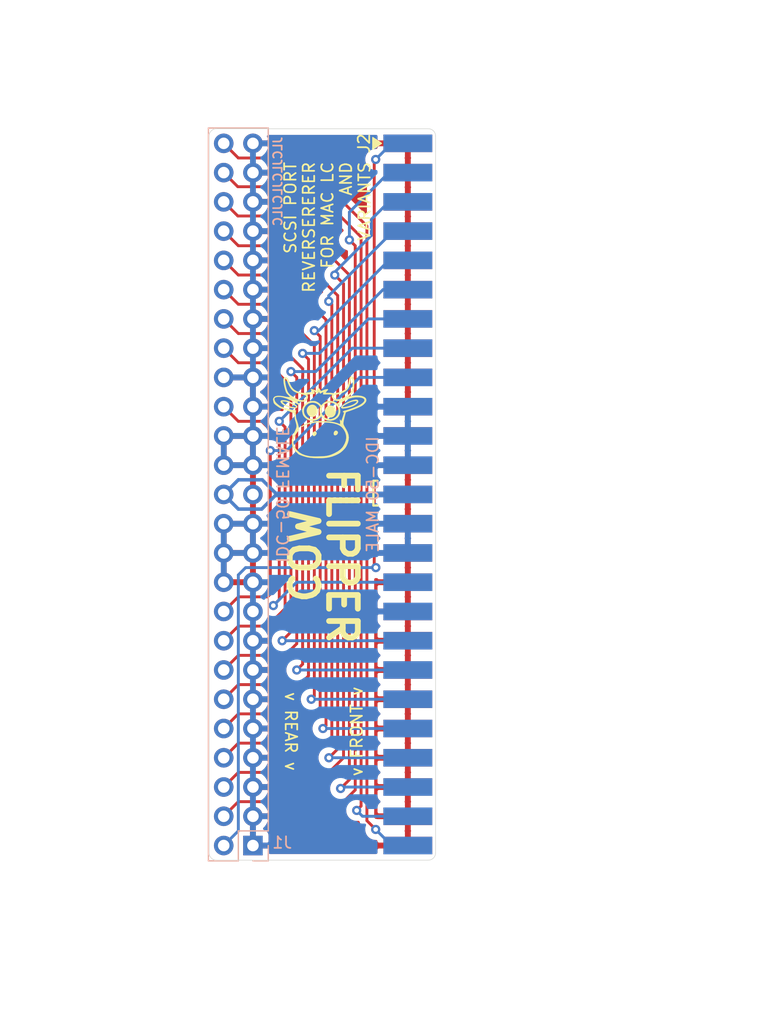
<source format=kicad_pcb>
(kicad_pcb (version 20171130) (host pcbnew "(5.1.8-0-10_14)")

  (general
    (thickness 1.6)
    (drawings 20)
    (tracks 169)
    (zones 0)
    (modules 3)
    (nets 21)
  )

  (page A4)
  (layers
    (0 F.Cu signal)
    (31 B.Cu signal)
    (32 B.Adhes user)
    (33 F.Adhes user)
    (34 B.Paste user)
    (35 F.Paste user)
    (36 B.SilkS user)
    (37 F.SilkS user)
    (38 B.Mask user)
    (39 F.Mask user)
    (40 Dwgs.User user)
    (41 Cmts.User user)
    (42 Eco1.User user)
    (43 Eco2.User user)
    (44 Edge.Cuts user)
    (45 Margin user)
    (46 B.CrtYd user)
    (47 F.CrtYd user)
    (48 B.Fab user)
    (49 F.Fab user)
  )

  (setup
    (last_trace_width 0.25)
    (trace_clearance 0.25)
    (zone_clearance 0.508)
    (zone_45_only no)
    (trace_min 0.2)
    (via_size 0.8)
    (via_drill 0.4)
    (via_min_size 0.4)
    (via_min_drill 0.3)
    (uvia_size 0.3)
    (uvia_drill 0.1)
    (uvias_allowed no)
    (uvia_min_size 0.2)
    (uvia_min_drill 0.1)
    (edge_width 0.05)
    (segment_width 0.2)
    (pcb_text_width 0.3)
    (pcb_text_size 1.5 1.5)
    (mod_edge_width 0.12)
    (mod_text_size 1 1)
    (mod_text_width 0.15)
    (pad_size 1.524 1.524)
    (pad_drill 0.762)
    (pad_to_mask_clearance 0)
    (aux_axis_origin 0 0)
    (visible_elements FFFFFF7F)
    (pcbplotparams
      (layerselection 0x010fc_ffffffff)
      (usegerberextensions false)
      (usegerberattributes true)
      (usegerberadvancedattributes true)
      (creategerberjobfile true)
      (excludeedgelayer true)
      (linewidth 0.100000)
      (plotframeref false)
      (viasonmask false)
      (mode 1)
      (useauxorigin false)
      (hpglpennumber 1)
      (hpglpenspeed 20)
      (hpglpendiameter 15.000000)
      (psnegative false)
      (psa4output false)
      (plotreference true)
      (plotvalue true)
      (plotinvisibletext false)
      (padsonsilk false)
      (subtractmaskfromsilk false)
      (outputformat 1)
      (mirror false)
      (drillshape 0)
      (scaleselection 1)
      (outputdirectory "gerber/"))
  )

  (net 0 "")
  (net 1 "Net-(J1-Pad50)")
  (net 2 "Net-(J1-Pad48)")
  (net 3 "Net-(J1-Pad46)")
  (net 4 "Net-(J1-Pad44)")
  (net 5 "Net-(J1-Pad42)")
  (net 6 "Net-(J1-Pad40)")
  (net 7 "Net-(J1-Pad38)")
  (net 8 "Net-(J1-Pad36)")
  (net 9 "Net-(J1-Pad32)")
  (net 10 "Net-(J1-Pad26)")
  (net 11 "Net-(J1-Pad18)")
  (net 12 "Net-(J1-Pad16)")
  (net 13 "Net-(J1-Pad14)")
  (net 14 "Net-(J1-Pad12)")
  (net 15 "Net-(J1-Pad10)")
  (net 16 "Net-(J1-Pad8)")
  (net 17 "Net-(J1-Pad6)")
  (net 18 "Net-(J1-Pad4)")
  (net 19 "Net-(J1-Pad2)")
  (net 20 GND)

  (net_class Default "This is the default net class."
    (clearance 0.25)
    (trace_width 0.25)
    (via_dia 0.8)
    (via_drill 0.4)
    (uvia_dia 0.3)
    (uvia_drill 0.1)
    (add_net GND)
    (add_net "Net-(J1-Pad10)")
    (add_net "Net-(J1-Pad12)")
    (add_net "Net-(J1-Pad14)")
    (add_net "Net-(J1-Pad16)")
    (add_net "Net-(J1-Pad18)")
    (add_net "Net-(J1-Pad2)")
    (add_net "Net-(J1-Pad32)")
    (add_net "Net-(J1-Pad36)")
    (add_net "Net-(J1-Pad38)")
    (add_net "Net-(J1-Pad4)")
    (add_net "Net-(J1-Pad40)")
    (add_net "Net-(J1-Pad42)")
    (add_net "Net-(J1-Pad44)")
    (add_net "Net-(J1-Pad46)")
    (add_net "Net-(J1-Pad48)")
    (add_net "Net-(J1-Pad50)")
    (add_net "Net-(J1-Pad6)")
    (add_net "Net-(J1-Pad8)")
  )

  (net_class Power ""
    (clearance 0.25)
    (trace_width 0.3)
    (via_dia 0.8)
    (via_drill 0.4)
    (uvia_dia 0.3)
    (uvia_drill 0.1)
    (add_net "Net-(J1-Pad26)")
  )

  (module "my library:idc-50-edge-male" (layer F.Cu) (tedit 60B05728) (tstamp 60B07C8B)
    (at 135.89 68.326 270)
    (path /60B189FD)
    (fp_text reference J2 (at 0 3.81 270) (layer F.SilkS)
      (effects (font (size 1 1) (thickness 0.15)))
    )
    (fp_text value SCSI_IDC-50_INITIATOR (at 0 -2.54 270) (layer F.Fab)
      (effects (font (size 1 1) (thickness 0.15)))
    )
    (fp_poly (pts (xy 0.508 3.048) (xy -0.508 3.048) (xy 0 2.286)) (layer F.SilkS) (width 0.1))
    (fp_line (start -2.54 -2.54) (end 63.5 -2.54) (layer Dwgs.User) (width 0.12))
    (fp_text user "PCB EDGE" (at 30.48 -3.81 270) (layer Dwgs.User)
      (effects (font (size 1 1) (thickness 0.15)))
    )
    (pad 50 smd rect (at 60.96 0 270) (size 1.524 4.25) (layers B.Cu B.Paste B.Mask)
      (net 1 "Net-(J1-Pad50)"))
    (pad 49 smd rect (at 60.96 0 270) (size 1.524 4.25) (layers F.Cu F.Paste F.Mask)
      (net 20 GND))
    (pad 48 smd rect (at 58.42 0 270) (size 1.524 4.25) (layers B.Cu B.Paste B.Mask)
      (net 2 "Net-(J1-Pad48)"))
    (pad 47 smd rect (at 58.42 0 270) (size 1.524 4.25) (layers F.Cu F.Paste F.Mask)
      (net 20 GND))
    (pad 46 smd rect (at 55.88 0 270) (size 1.524 4.25) (layers B.Cu B.Paste B.Mask)
      (net 3 "Net-(J1-Pad46)"))
    (pad 45 smd rect (at 55.88 0 270) (size 1.524 4.25) (layers F.Cu F.Paste F.Mask)
      (net 20 GND))
    (pad 44 smd rect (at 53.34 0 270) (size 1.524 4.25) (layers B.Cu B.Paste B.Mask)
      (net 4 "Net-(J1-Pad44)"))
    (pad 43 smd rect (at 53.34 0 270) (size 1.524 4.25) (layers F.Cu F.Paste F.Mask)
      (net 20 GND))
    (pad 42 smd rect (at 50.8 0 270) (size 1.524 4.25) (layers B.Cu B.Paste B.Mask)
      (net 5 "Net-(J1-Pad42)"))
    (pad 41 smd rect (at 50.8 0 270) (size 1.524 4.25) (layers F.Cu F.Paste F.Mask)
      (net 20 GND))
    (pad 40 smd rect (at 48.26 0 270) (size 1.524 4.25) (layers B.Cu B.Paste B.Mask)
      (net 6 "Net-(J1-Pad40)"))
    (pad 39 smd rect (at 48.26 0 270) (size 1.524 4.25) (layers F.Cu F.Paste F.Mask)
      (net 20 GND))
    (pad 38 smd rect (at 45.72 0 270) (size 1.524 4.25) (layers B.Cu B.Paste B.Mask)
      (net 7 "Net-(J1-Pad38)"))
    (pad 37 smd rect (at 45.72 0 270) (size 1.524 4.25) (layers F.Cu F.Paste F.Mask)
      (net 20 GND))
    (pad 36 smd rect (at 43.18 0 270) (size 1.524 4.25) (layers B.Cu B.Paste B.Mask)
      (net 8 "Net-(J1-Pad36)"))
    (pad 35 smd rect (at 43.18 0 270) (size 1.524 4.25) (layers F.Cu F.Paste F.Mask)
      (net 20 GND))
    (pad 34 smd rect (at 40.64 0 270) (size 1.524 4.25) (layers B.Cu B.Paste B.Mask)
      (net 20 GND))
    (pad 33 smd rect (at 40.64 0 270) (size 1.524 4.25) (layers F.Cu F.Paste F.Mask)
      (net 20 GND))
    (pad 32 smd rect (at 38.1 0 270) (size 1.524 4.25) (layers B.Cu B.Paste B.Mask)
      (net 9 "Net-(J1-Pad32)"))
    (pad 31 smd rect (at 38.1 0 270) (size 1.524 4.25) (layers F.Cu F.Paste F.Mask)
      (net 20 GND))
    (pad 30 smd rect (at 35.56 0 270) (size 1.524 4.25) (layers B.Cu B.Paste B.Mask)
      (net 20 GND))
    (pad 29 smd rect (at 35.56 0 270) (size 1.524 4.25) (layers F.Cu F.Paste F.Mask)
      (net 20 GND))
    (pad 28 smd rect (at 33.02 0 270) (size 1.524 4.25) (layers B.Cu B.Paste B.Mask)
      (net 20 GND))
    (pad 27 smd rect (at 33.02 0 270) (size 1.524 4.25) (layers F.Cu F.Paste F.Mask)
      (net 20 GND))
    (pad 26 smd rect (at 30.48 0 270) (size 1.524 4.25) (layers B.Cu B.Paste B.Mask)
      (net 10 "Net-(J1-Pad26)"))
    (pad 25 smd rect (at 30.48 0 270) (size 1.524 4.25) (layers F.Cu F.Paste F.Mask)
      (net 20 GND))
    (pad 24 smd rect (at 27.94 0 270) (size 1.524 4.25) (layers B.Cu B.Paste B.Mask)
      (net 20 GND))
    (pad 23 smd rect (at 27.94 0 270) (size 1.524 4.25) (layers F.Cu F.Paste F.Mask)
      (net 20 GND))
    (pad 22 smd rect (at 25.4 0 270) (size 1.524 4.25) (layers B.Cu B.Paste B.Mask)
      (net 20 GND))
    (pad 21 smd rect (at 25.4 0 270) (size 1.524 4.25) (layers F.Cu F.Paste F.Mask)
      (net 20 GND))
    (pad 20 smd rect (at 22.86 0 270) (size 1.524 4.25) (layers B.Cu B.Paste B.Mask)
      (net 20 GND))
    (pad 19 smd rect (at 22.86 0 270) (size 1.524 4.25) (layers F.Cu F.Paste F.Mask)
      (net 20 GND))
    (pad 18 smd rect (at 20.32 0 270) (size 1.524 4.25) (layers B.Cu B.Paste B.Mask)
      (net 11 "Net-(J1-Pad18)"))
    (pad 17 smd rect (at 20.32 0 270) (size 1.524 4.25) (layers F.Cu F.Paste F.Mask)
      (net 20 GND))
    (pad 16 smd rect (at 17.78 0 270) (size 1.524 4.25) (layers B.Cu B.Paste B.Mask)
      (net 12 "Net-(J1-Pad16)"))
    (pad 15 smd rect (at 17.78 0 270) (size 1.524 4.25) (layers F.Cu F.Paste F.Mask)
      (net 20 GND))
    (pad 14 smd rect (at 15.24 0 270) (size 1.524 4.25) (layers B.Cu B.Paste B.Mask)
      (net 13 "Net-(J1-Pad14)"))
    (pad 13 smd rect (at 15.24 0 270) (size 1.524 4.25) (layers F.Cu F.Paste F.Mask)
      (net 20 GND))
    (pad 12 smd rect (at 12.7 0 270) (size 1.524 4.25) (layers B.Cu B.Paste B.Mask)
      (net 14 "Net-(J1-Pad12)"))
    (pad 11 smd rect (at 12.7 0 270) (size 1.524 4.25) (layers F.Cu F.Paste F.Mask)
      (net 20 GND))
    (pad 10 smd rect (at 10.16 0 270) (size 1.524 4.25) (layers B.Cu B.Paste B.Mask)
      (net 15 "Net-(J1-Pad10)"))
    (pad 9 smd rect (at 10.16 0 270) (size 1.524 4.25) (layers F.Cu F.Paste F.Mask)
      (net 20 GND))
    (pad 8 smd rect (at 7.62 0 270) (size 1.524 4.25) (layers B.Cu B.Paste B.Mask)
      (net 16 "Net-(J1-Pad8)"))
    (pad 7 smd rect (at 7.62 0 270) (size 1.524 4.25) (layers F.Cu F.Paste F.Mask)
      (net 20 GND))
    (pad 6 smd rect (at 5.08 0 270) (size 1.524 4.25) (layers B.Cu B.Paste B.Mask)
      (net 17 "Net-(J1-Pad6)"))
    (pad 5 smd rect (at 5.08 0 270) (size 1.524 4.25) (layers F.Cu F.Paste F.Mask)
      (net 20 GND))
    (pad 4 smd rect (at 2.54 0 270) (size 1.524 4.25) (layers B.Cu B.Paste B.Mask)
      (net 18 "Net-(J1-Pad4)"))
    (pad 3 smd rect (at 2.54 0 270) (size 1.524 4.25) (layers F.Cu F.Paste F.Mask)
      (net 20 GND))
    (pad 2 smd rect (at 0 0 270) (size 1.524 4.25) (layers B.Cu B.Paste B.Mask)
      (net 19 "Net-(J1-Pad2)"))
    (pad 1 smd rect (at 0 0 270) (size 1.524 4.25) (layers F.Cu F.Paste F.Mask)
      (net 20 GND))
  )

  (module scsi-50-flipper:cowhead_fsilk (layer F.Cu) (tedit 0) (tstamp 60B0A677)
    (at 128.27 92.075)
    (path /60C529B5)
    (fp_text reference FID1 (at 0 0) (layer F.SilkS) hide
      (effects (font (size 1.524 1.524) (thickness 0.3)))
    )
    (fp_text value Fiducial (at 0.75 0) (layer F.SilkS) hide
      (effects (font (size 1.524 1.524) (thickness 0.3)))
    )
    (fp_poly (pts (xy 1.029696 -0.975425) (xy 1.148622 -0.914967) (xy 1.243791 -0.823936) (xy 1.313066 -0.710018)
      (xy 1.354307 -0.580898) (xy 1.365376 -0.444262) (xy 1.344132 -0.307795) (xy 1.288438 -0.179182)
      (xy 1.196154 -0.066109) (xy 1.157451 -0.033626) (xy 1.046518 0.023427) (xy 0.916612 0.048218)
      (xy 0.785594 0.0397) (xy 0.671331 -0.003176) (xy 0.668445 -0.004944) (xy 0.553121 -0.100843)
      (xy 0.473459 -0.217467) (xy 0.42779 -0.347315) (xy 0.414449 -0.482888) (xy 0.431766 -0.616689)
      (xy 0.478076 -0.741216) (xy 0.551711 -0.848971) (xy 0.651002 -0.932455) (xy 0.774284 -0.984169)
      (xy 0.889154 -0.997625) (xy 1.029696 -0.975425)) (layer F.SilkS) (width 0.01))
    (fp_poly (pts (xy -0.534274 -1.036282) (xy -0.424864 -0.974006) (xy -0.334469 -0.883487) (xy -0.26639 -0.771665)
      (xy -0.223931 -0.645479) (xy -0.210395 -0.511871) (xy -0.229084 -0.37778) (xy -0.283302 -0.250146)
      (xy -0.366943 -0.144836) (xy -0.493155 -0.050752) (xy -0.627356 -0.003848) (xy -0.765233 -0.005085)
      (xy -0.860805 -0.03475) (xy -0.973481 -0.109382) (xy -1.066353 -0.219204) (xy -1.132534 -0.351203)
      (xy -1.165137 -0.492369) (xy -1.16224 -0.604259) (xy -1.116345 -0.759326) (xy -1.035547 -0.890316)
      (xy -0.926256 -0.989434) (xy -0.796924 -1.048343) (xy -0.659395 -1.063374) (xy -0.534274 -1.036282)) (layer F.SilkS) (width 0.01))
    (fp_poly (pts (xy -3.099599 -1.442528) (xy -2.970876 -1.426974) (xy -2.850648 -1.401217) (xy -2.828316 -1.39473)
      (xy -2.683686 -1.34206) (xy -2.521142 -1.269476) (xy -2.357175 -1.185428) (xy -2.20828 -1.098367)
      (xy -2.091615 -1.017269) (xy -2.010259 -0.940762) (xy -1.976501 -0.876554) (xy -1.990024 -0.823003)
      (xy -2.045972 -0.780708) (xy -2.118468 -0.760778) (xy -2.223826 -0.752105) (xy -2.346337 -0.7545)
      (xy -2.470295 -0.767769) (xy -2.563465 -0.787023) (xy -2.720466 -0.835592) (xy -2.884193 -0.896922)
      (xy -3.03775 -0.96402) (xy -3.164247 -1.029896) (xy -3.19338 -1.047724) (xy -3.306468 -1.131573)
      (xy -3.38766 -1.215183) (xy -3.434067 -1.2932) (xy -3.438314 -1.325812) (xy -3.293516 -1.325812)
      (xy -3.276056 -1.298125) (xy -3.230732 -1.248672) (xy -3.168131 -1.187497) (xy -3.098837 -1.124644)
      (xy -3.033436 -1.070155) (xy -2.992786 -1.040477) (xy -2.939492 -1.015468) (xy -2.84949 -0.983202)
      (xy -2.734833 -0.947039) (xy -2.607572 -0.910341) (xy -2.47976 -0.876465) (xy -2.363449 -0.848773)
      (xy -2.27069 -0.830624) (xy -2.220628 -0.825219) (xy -2.151666 -0.830295) (xy -2.102013 -0.844087)
      (xy -2.099681 -0.845449) (xy -2.085507 -0.867373) (xy -2.105772 -0.90165) (xy -2.137108 -0.933067)
      (xy -2.197253 -0.977436) (xy -2.292505 -1.034314) (xy -2.411505 -1.098011) (xy -2.542896 -1.162838)
      (xy -2.675319 -1.223105) (xy -2.797415 -1.273126) (xy -2.862327 -1.296293) (xy -2.951004 -1.319639)
      (xy -3.04895 -1.336458) (xy -3.144131 -1.345925) (xy -3.224514 -1.347218) (xy -3.278066 -1.339513)
      (xy -3.293516 -1.325812) (xy -3.438314 -1.325812) (xy -3.442802 -1.360274) (xy -3.410977 -1.411051)
      (xy -3.39496 -1.421323) (xy -3.325818 -1.440368) (xy -3.222639 -1.447215) (xy -3.099599 -1.442528)) (layer F.SilkS) (width 0.01))
    (fp_poly (pts (xy 3.253261 -1.470532) (xy 3.277174 -1.451425) (xy 3.31342 -1.379253) (xy 3.304663 -1.297269)
      (xy 3.253939 -1.209175) (xy 3.164284 -1.118675) (xy 3.038732 -1.029469) (xy 2.880319 -0.945261)
      (xy 2.851606 -0.932269) (xy 2.715459 -0.878992) (xy 2.564019 -0.831231) (xy 2.406585 -0.790714)
      (xy 2.252456 -0.759173) (xy 2.110932 -0.738337) (xy 1.991312 -0.729936) (xy 1.902896 -0.7357)
      (xy 1.865079 -0.748755) (xy 1.827064 -0.794788) (xy 1.831659 -0.855147) (xy 1.841247 -0.871063)
      (xy 1.946169 -0.871063) (xy 1.968978 -0.853992) (xy 2.032188 -0.849433) (xy 2.127973 -0.857077)
      (xy 2.248508 -0.876613) (xy 2.287613 -0.884595) (xy 2.480263 -0.933588) (xy 2.677402 -0.997508)
      (xy 2.857361 -1.068957) (xy 2.934717 -1.105493) (xy 3.017632 -1.156123) (xy 3.095425 -1.218099)
      (xy 3.156812 -1.280801) (xy 3.190512 -1.333611) (xy 3.193713 -1.349263) (xy 3.171264 -1.365623)
      (xy 3.111829 -1.372578) (xy 3.02728 -1.370887) (xy 2.929489 -1.361306) (xy 2.830324 -1.344594)
      (xy 2.741659 -1.321507) (xy 2.737573 -1.320152) (xy 2.61644 -1.274431) (xy 2.485776 -1.216714)
      (xy 2.353519 -1.151506) (xy 2.227607 -1.083311) (xy 2.115979 -1.016634) (xy 2.026571 -0.955979)
      (xy 1.967323 -0.905851) (xy 1.946169 -0.871063) (xy 1.841247 -0.871063) (xy 1.87474 -0.926656)
      (xy 1.952184 -1.006138) (xy 2.05987 -1.090417) (xy 2.193673 -1.176317) (xy 2.349472 -1.260662)
      (xy 2.523143 -1.340277) (xy 2.710564 -1.411984) (xy 2.738188 -1.421386) (xy 2.908434 -1.469932)
      (xy 3.054742 -1.494512) (xy 3.171541 -1.494815) (xy 3.253261 -1.470532)) (layer F.SilkS) (width 0.01))
    (fp_poly (pts (xy 1.428965 1.203864) (xy 1.504953 1.251718) (xy 1.542311 1.322838) (xy 1.539592 1.407208)
      (xy 1.495346 1.494813) (xy 1.474567 1.519365) (xy 1.402467 1.573808) (xy 1.323742 1.598797)
      (xy 1.252286 1.592861) (xy 1.201991 1.554527) (xy 1.198521 1.548595) (xy 1.174185 1.453965)
      (xy 1.19008 1.350315) (xy 1.221961 1.285576) (xy 1.284857 1.214997) (xy 1.354798 1.190513)
      (xy 1.428965 1.203864)) (layer F.SilkS) (width 0.01))
    (fp_poly (pts (xy -0.400931 1.26823) (xy -0.343849 1.317723) (xy -0.3059 1.379069) (xy -0.299504 1.411333)
      (xy -0.318319 1.483409) (xy -0.36493 1.561392) (xy -0.424948 1.624535) (xy -0.463227 1.64738)
      (xy -0.529254 1.668) (xy -0.572864 1.663081) (xy -0.61644 1.629056) (xy -0.623772 1.621807)
      (xy -0.665664 1.547444) (xy -0.667818 1.458109) (xy -0.631155 1.371612) (xy -0.56053 1.289576)
      (xy -0.490093 1.252021) (xy -0.459703 1.248337) (xy -0.400931 1.26823)) (layer F.SilkS) (width 0.01))
    (fp_poly (pts (xy 2.798132 -3.495769) (xy 2.870084 -3.433261) (xy 2.901108 -3.384976) (xy 2.921908 -3.342356)
      (xy 2.936783 -3.298539) (xy 2.946711 -3.24443) (xy 2.952675 -3.170929) (xy 2.955655 -3.06894)
      (xy 2.956631 -2.929367) (xy 2.95668 -2.869352) (xy 2.95424 -2.665944) (xy 2.944953 -2.503176)
      (xy 2.925873 -2.371937) (xy 2.894052 -2.263119) (xy 2.846543 -2.167612) (xy 2.780397 -2.076306)
      (xy 2.692667 -1.980091) (xy 2.657508 -1.94475) (xy 2.581754 -1.868823) (xy 2.522001 -1.807248)
      (xy 2.485379 -1.76748) (xy 2.477397 -1.756431) (xy 2.502114 -1.760193) (xy 2.562955 -1.774407)
      (xy 2.647943 -1.796234) (xy 2.669745 -1.802058) (xy 2.847202 -1.836902) (xy 3.048021 -1.855212)
      (xy 3.255704 -1.857021) (xy 3.453754 -1.842365) (xy 3.625673 -1.81128) (xy 3.66592 -1.799936)
      (xy 3.821745 -1.737206) (xy 3.930794 -1.659434) (xy 3.99433 -1.565081) (xy 4.013617 -1.452611)
      (xy 4.006415 -1.385584) (xy 3.973033 -1.304968) (xy 3.905583 -1.210244) (xy 3.813613 -1.111549)
      (xy 3.706671 -1.019022) (xy 3.594303 -0.942801) (xy 3.583852 -0.936865) (xy 3.472823 -0.880336)
      (xy 3.325914 -0.813388) (xy 3.154794 -0.740736) (xy 2.971136 -0.667094) (xy 2.78661 -0.597178)
      (xy 2.612887 -0.535701) (xy 2.499593 -0.498859) (xy 2.39379 -0.463865) (xy 2.307293 -0.430976)
      (xy 2.25037 -0.404366) (xy 2.233051 -0.390501) (xy 2.192238 -0.253537) (xy 2.150613 -0.100578)
      (xy 2.110919 0.056835) (xy 2.075897 0.207163) (xy 2.048292 0.338865) (xy 2.030845 0.440401)
      (xy 2.026665 0.477893) (xy 2.022715 0.539739) (xy 2.02301 0.591173) (xy 2.030655 0.640062)
      (xy 2.048756 0.694273) (xy 2.080418 0.761673) (xy 2.128745 0.850128) (xy 2.196843 0.967505)
      (xy 2.26658 1.085718) (xy 2.387533 1.323358) (xy 2.462112 1.552145) (xy 2.490535 1.778171)
      (xy 2.473019 2.007531) (xy 2.409781 2.246315) (xy 2.315975 2.470137) (xy 2.255922 2.584937)
      (xy 2.192334 2.681754) (xy 2.113065 2.777002) (xy 2.01132 2.881827) (xy 1.878221 3.005585)
      (xy 1.749691 3.106651) (xy 1.611577 3.194259) (xy 1.449724 3.277644) (xy 1.304984 3.342647)
      (xy 1.044165 3.4392) (xy 0.765168 3.511048) (xy 0.462582 3.558819) (xy 0.130995 3.583138)
      (xy -0.235005 3.584632) (xy -0.620834 3.565383) (xy -0.761146 3.55278) (xy -0.907819 3.535471)
      (xy -1.039288 3.516172) (xy -1.10246 3.504656) (xy -1.22656 3.475024) (xy -1.3708 3.433879)
      (xy -1.520515 3.386069) (xy -1.661037 3.336442) (xy -1.777699 3.289844) (xy -1.836518 3.262045)
      (xy -1.897899 3.218179) (xy -1.978518 3.145048) (xy -2.068196 3.0537) (xy -2.156755 2.95518)
      (xy -2.23402 2.860536) (xy -2.289811 2.780815) (xy -2.304616 2.753976) (xy -2.343686 2.674265)
      (xy -2.380727 2.600881) (xy -2.386758 2.589261) (xy -2.409083 2.523552) (xy -2.429444 2.42371)
      (xy -2.446017 2.305505) (xy -2.456979 2.184706) (xy -2.460505 2.077082) (xy -2.454964 1.999446)
      (xy -2.39601 1.745124) (xy -2.309617 1.494597) (xy -2.21152 1.273906) (xy -2.148027 1.140453)
      (xy -2.101216 1.030864) (xy -2.070817 0.935551) (xy -2.056564 0.844926) (xy -2.058189 0.749404)
      (xy -2.075423 0.639396) (xy -2.107998 0.505316) (xy -2.155648 0.337576) (xy -2.182789 0.245684)
      (xy -2.201104 0.167192) (xy -2.207748 0.102469) (xy -2.205966 0.083503) (xy -2.20352 0.024161)
      (xy -2.214366 -0.058213) (xy -2.234562 -0.147968) (xy -2.260164 -0.229452) (xy -2.287233 -0.287013)
      (xy -2.303593 -0.304112) (xy -2.362616 -0.334532) (xy -2.389047 -0.349052) (xy -2.476058 -0.396583)
      (xy -2.559753 -0.437798) (xy -2.650765 -0.47705) (xy -2.759728 -0.518693) (xy -2.897273 -0.567082)
      (xy -3.035041 -0.613578) (xy -3.175469 -0.661479) (xy -3.303376 -0.707001) (xy -3.409511 -0.746707)
      (xy -3.484623 -0.777156) (xy -3.515689 -0.792248) (xy -3.691944 -0.905098) (xy -3.829274 -1.003415)
      (xy -3.932678 -1.090341) (xy -3.987991 -1.146274) (xy -4.023248 -1.198964) (xy -4.046856 -1.265743)
      (xy -4.067226 -1.363941) (xy -4.068276 -1.369792) (xy -4.08426 -1.467053) (xy -4.089079 -1.531631)
      (xy -4.081827 -1.579677) (xy -4.077345 -1.590239) (xy -3.976906 -1.590239) (xy -3.974186 -1.496798)
      (xy -3.929653 -1.376994) (xy -3.908492 -1.335981) (xy -3.85069 -1.256589) (xy -3.760251 -1.163566)
      (xy -3.648666 -1.066576) (xy -3.527428 -0.975286) (xy -3.408029 -0.899359) (xy -3.357377 -0.872494)
      (xy -3.269055 -0.836295) (xy -3.143187 -0.794106) (xy -2.991308 -0.748945) (xy -2.824953 -0.703832)
      (xy -2.655658 -0.661787) (xy -2.494956 -0.625829) (xy -2.354385 -0.598977) (xy -2.262565 -0.585908)
      (xy -2.154288 -0.569249) (xy -2.090637 -0.547747) (xy -2.073465 -0.522366) (xy -2.095467 -0.49927)
      (xy -2.109526 -0.474606) (xy -2.117298 -0.418017) (xy -2.119192 -0.323452) (xy -2.116051 -0.196411)
      (xy -2.109519 -0.062073) (xy -2.09888 0.041037) (xy -2.080478 0.13159) (xy -2.050656 0.228257)
      (xy -2.012606 0.331783) (xy -1.965787 0.470506) (xy -1.920497 0.631559) (xy -1.884134 0.787719)
      (xy -1.873649 0.843277) (xy -1.827783 1.110314) (xy -1.889284 1.192765) (xy -2.049086 1.417148)
      (xy -2.172233 1.615027) (xy -2.260269 1.792007) (xy -2.314739 1.953693) (xy -2.337188 2.105688)
      (xy -2.32916 2.253598) (xy -2.2922 2.403027) (xy -2.25168 2.507563) (xy -2.129146 2.736458)
      (xy -1.975435 2.931137) (xy -1.788628 3.092844) (xy -1.566808 3.222821) (xy -1.308058 3.322309)
      (xy -1.01046 3.392553) (xy -0.848286 3.416872) (xy -0.739855 3.425696) (xy -0.594032 3.430778)
      (xy -0.421743 3.432379) (xy -0.233918 3.430756) (xy -0.041483 3.426171) (xy 0.144634 3.418881)
      (xy 0.313506 3.409146) (xy 0.454204 3.397225) (xy 0.554687 3.383586) (xy 0.707605 3.351832)
      (xy 0.844044 3.314828) (xy 0.979226 3.267289) (xy 1.128372 3.203931) (xy 1.284971 3.130062)
      (xy 1.53777 2.990778) (xy 1.745203 2.839887) (xy 1.911068 2.674333) (xy 2.000946 2.553512)
      (xy 2.138502 2.307581) (xy 2.227011 2.066224) (xy 2.266416 1.830085) (xy 2.256662 1.599804)
      (xy 2.197695 1.376024) (xy 2.116995 1.205514) (xy 1.999151 1.024592) (xy 1.871461 0.883449)
      (xy 1.723622 0.771966) (xy 1.61437 0.711851) (xy 1.425496 0.633203) (xy 1.211481 0.571249)
      (xy 0.967427 0.525212) (xy 0.688436 0.494313) (xy 0.369611 0.477774) (xy 0.119495 0.474324)
      (xy -0.207057 0.481442) (xy -0.494438 0.504432) (xy -0.751314 0.54496) (xy -0.98635 0.604691)
      (xy -1.208211 0.685291) (xy -1.372464 0.761085) (xy -1.490773 0.819332) (xy -1.570495 0.855016)
      (xy -1.616844 0.86949) (xy -1.635029 0.864108) (xy -1.630264 0.840224) (xy -1.62334 0.826243)
      (xy -1.586163 0.789603) (xy -1.511994 0.740576) (xy -1.410635 0.684108) (xy -1.29189 0.625143)
      (xy -1.165562 0.568625) (xy -1.041454 0.519498) (xy -0.960609 0.491986) (xy -0.813007 0.449314)
      (xy -0.673079 0.416908) (xy -0.530221 0.393526) (xy -0.373829 0.377923) (xy -0.1933 0.368859)
      (xy 0.021971 0.36509) (xy 0.124755 0.364787) (xy 0.455477 0.370553) (xy 0.746981 0.388705)
      (xy 1.008743 0.420727) (xy 1.250242 0.4681) (xy 1.480954 0.532308) (xy 1.702305 0.611643)
      (xy 1.723029 0.615777) (xy 1.734539 0.601915) (xy 1.738163 0.561208) (xy 1.73523 0.484802)
      (xy 1.731031 0.420369) (xy 1.716684 0.212082) (xy 1.777611 0.284992) (xy 1.838538 0.357903)
      (xy 1.91453 0.147763) (xy 1.967498 -0.003167) (xy 2.012123 -0.139044) (xy 2.045844 -0.251457)
      (xy 2.066103 -0.331993) (xy 2.070924 -0.366317) (xy 2.050972 -0.395755) (xy 2.03497 -0.399215)
      (xy 1.992024 -0.415132) (xy 1.98292 -0.425258) (xy 1.981611 -0.466271) (xy 2.026322 -0.504654)
      (xy 2.113174 -0.537759) (xy 2.166407 -0.550526) (xy 2.286223 -0.580679) (xy 2.439355 -0.627188)
      (xy 2.613724 -0.685689) (xy 2.79725 -0.751818) (xy 2.977853 -0.82121) (xy 3.143453 -0.8895)
      (xy 3.28197 -0.952323) (xy 3.292022 -0.957229) (xy 3.458041 -1.047487) (xy 3.602947 -1.143294)
      (xy 3.719829 -1.239114) (xy 3.80178 -1.32941) (xy 3.837751 -1.394535) (xy 3.847916 -1.484553)
      (xy 3.810485 -1.559821) (xy 3.725436 -1.620355) (xy 3.592743 -1.666173) (xy 3.412382 -1.697293)
      (xy 3.40654 -1.697965) (xy 3.126915 -1.706406) (xy 2.835873 -1.671955) (xy 2.542271 -1.597319)
      (xy 2.254963 -1.485203) (xy 1.982805 -1.338315) (xy 1.790038 -1.203918) (xy 1.714217 -1.145245)
      (xy 1.652651 -1.098145) (xy 1.616842 -1.071405) (xy 1.61403 -1.069439) (xy 1.611745 -1.040197)
      (xy 1.630546 -0.97907) (xy 1.662212 -0.907258) (xy 1.717964 -0.749452) (xy 1.74477 -0.573195)
      (xy 1.74118 -0.397759) (xy 1.711082 -0.257433) (xy 1.624468 -0.075531) (xy 1.500182 0.078307)
      (xy 1.344397 0.199846) (xy 1.163285 0.28485) (xy 0.963021 0.329084) (xy 0.84833 0.334518)
      (xy 0.644612 0.313559) (xy 0.465628 0.253269) (xy 0.300591 0.149367) (xy 0.229933 0.089025)
      (xy 0.087328 -0.042276) (xy 0.027442 0.030997) (xy -0.091573 0.142615) (xy -0.243867 0.235095)
      (xy -0.414591 0.302472) (xy -0.588893 0.338785) (xy -0.740867 0.339488) (xy -0.942049 0.297805)
      (xy -1.115723 0.220241) (xy -1.274368 0.100769) (xy -1.31412 0.062672) (xy -1.395059 -0.022323)
      (xy -1.448973 -0.093055) (xy -1.487003 -0.167406) (xy -1.520294 -0.263256) (xy -1.523231 -0.272864)
      (xy -1.56341 -0.47807) (xy -1.562136 -0.508311) (xy -1.417605 -0.508311) (xy -1.392628 -0.345846)
      (xy -1.330528 -0.192411) (xy -1.233575 -0.054987) (xy -1.104034 0.059447) (xy -0.944172 0.143913)
      (xy -0.874514 0.167106) (xy -0.696121 0.192286) (xy -0.509591 0.17164) (xy -0.323757 0.106274)
      (xy -0.301974 0.095503) (xy -0.162461 0.008388) (xy -0.069193 -0.087511) (xy -0.068801 -0.088069)
      (xy -0.032794 -0.141747) (xy -0.013921 -0.184463) (xy -0.009826 -0.232729) (xy -0.018152 -0.303058)
      (xy -0.028934 -0.367412) (xy -0.044914 -0.48667) (xy -0.04528 -0.578344) (xy 0.103342 -0.578344)
      (xy 0.113108 -0.403453) (xy 0.165013 -0.238657) (xy 0.255246 -0.090876) (xy 0.379996 0.032974)
      (xy 0.535452 0.125974) (xy 0.64749 0.165624) (xy 0.808455 0.19457) (xy 0.958789 0.187299)
      (xy 1.064209 0.162446) (xy 1.245715 0.085325) (xy 1.393404 -0.025992) (xy 1.504081 -0.167254)
      (xy 1.574554 -0.334211) (xy 1.601629 -0.522612) (xy 1.601742 -0.552995) (xy 1.575313 -0.72931)
      (xy 1.503657 -0.890306) (xy 1.39047 -1.030494) (xy 1.23945 -1.144381) (xy 1.183244 -1.174615)
      (xy 1.043265 -1.220624) (xy 0.880455 -1.238022) (xy 0.712871 -1.226799) (xy 0.558572 -1.186949)
      (xy 0.529472 -1.174909) (xy 0.402529 -1.097376) (xy 0.28482 -0.988247) (xy 0.190304 -0.862504)
      (xy 0.139526 -0.756413) (xy 0.103342 -0.578344) (xy -0.04528 -0.578344) (xy -0.045313 -0.586496)
      (xy -0.029977 -0.694915) (xy -0.027037 -0.71001) (xy -0.01056 -0.798236) (xy -0.006402 -0.854541)
      (xy -0.016963 -0.895913) (xy -0.044647 -0.93934) (xy -0.062888 -0.963497) (xy -0.187686 -1.088475)
      (xy -0.337596 -1.176315) (xy -0.504271 -1.226899) (xy -0.679363 -1.240111) (xy -0.854523 -1.215834)
      (xy -1.021403 -1.153951) (xy -1.171655 -1.054344) (xy -1.247141 -0.980097) (xy -1.347129 -0.832416)
      (xy -1.403195 -0.672827) (xy -1.417605 -0.508311) (xy -1.562136 -0.508311) (xy -1.555268 -0.671271)
      (xy -1.498555 -0.853501) (xy -1.393024 -1.025793) (xy -1.322158 -1.108234) (xy -1.178307 -1.236323)
      (xy -1.024845 -1.322109) (xy -0.85136 -1.369934) (xy -0.660674 -1.384158) (xy -0.546282 -1.3827)
      (xy -0.46318 -1.375029) (xy -0.39281 -1.357311) (xy -0.316617 -1.325717) (xy -0.270876 -1.303686)
      (xy -0.16725 -1.243628) (xy -0.067914 -1.171076) (xy -0.006546 -1.114526) (xy 0.093071 -1.006455)
      (xy 0.202243 -1.118644) (xy 0.286565 -1.19118) (xy 0.392296 -1.263114) (xy 0.473831 -1.307679)
      (xy 0.559979 -1.345796) (xy 0.632369 -1.368631) (xy 0.709757 -1.379832) (xy 0.810896 -1.383044)
      (xy 0.860806 -1.38292) (xy 1.047546 -1.369457) (xy 1.204287 -1.328998) (xy 1.345593 -1.257001)
      (xy 1.409869 -1.2117) (xy 1.484921 -1.154456) (xy 1.659405 -1.291726) (xy 1.730065 -1.349856)
      (xy 1.775846 -1.392695) (xy 1.79089 -1.414433) (xy 1.783988 -1.415302) (xy 1.590908 -1.382266)
      (xy 1.417122 -1.39396) (xy 1.264174 -1.450107) (xy 1.157088 -1.527552) (xy 1.072078 -1.623824)
      (xy 1.020239 -1.721417) (xy 1.006401 -1.804717) (xy 1.146928 -1.804717) (xy 1.15492 -1.761893)
      (xy 1.180116 -1.706515) (xy 1.186379 -1.694318) (xy 1.243743 -1.612182) (xy 1.320278 -1.559377)
      (xy 1.424663 -1.532338) (xy 1.565576 -1.527501) (xy 1.59024 -1.528463) (xy 1.691377 -1.535264)
      (xy 1.772238 -1.548094) (xy 1.849975 -1.571836) (xy 1.941739 -1.61137) (xy 2.026916 -1.652749)
      (xy 2.198955 -1.749369) (xy 2.364563 -1.86298) (xy 2.512386 -1.984573) (xy 2.63107 -2.10514)
      (xy 2.684338 -2.174377) (xy 2.750343 -2.301297) (xy 2.796045 -2.458253) (xy 2.822581 -2.65082)
      (xy 2.831087 -2.884572) (xy 2.83107 -2.894303) (xy 2.825428 -3.076858) (xy 2.809959 -3.216058)
      (xy 2.785026 -3.310315) (xy 2.750994 -3.358043) (xy 2.723497 -3.363239) (xy 2.701998 -3.347625)
      (xy 2.682756 -3.304829) (xy 2.663475 -3.227543) (xy 2.641863 -3.108459) (xy 2.640035 -3.097342)
      (xy 2.598369 -2.880493) (xy 2.549205 -2.704402) (xy 2.488464 -2.560045) (xy 2.412065 -2.438396)
      (xy 2.315931 -2.330428) (xy 2.277163 -2.294465) (xy 2.162774 -2.206377) (xy 2.028847 -2.130762)
      (xy 1.866748 -2.063778) (xy 1.667843 -2.001586) (xy 1.548098 -1.970139) (xy 1.391611 -1.930253)
      (xy 1.278482 -1.897757) (xy 1.203478 -1.868661) (xy 1.16137 -1.838977) (xy 1.146928 -1.804717)
      (xy 1.006401 -1.804717) (xy 1.005367 -1.81094) (xy 1.020207 -1.866123) (xy 1.035261 -1.912451)
      (xy 1.016816 -1.938407) (xy 0.981829 -1.94513) (xy 0.906667 -1.949991) (xy 0.801033 -1.952657)
      (xy 0.674631 -1.952798) (xy 0.617535 -1.952021) (xy 0.475214 -1.949743) (xy 0.375294 -1.949479)
      (xy 0.310282 -1.952152) (xy 0.27269 -1.958683) (xy 0.255025 -1.969995) (xy 0.249799 -1.987011)
      (xy 0.249509 -1.997337) (xy 0.261475 -2.063446) (xy 0.275338 -2.097515) (xy 0.283569 -2.135587)
      (xy 0.257265 -2.146456) (xy 0.203269 -2.130818) (xy 0.12842 -2.089368) (xy 0.116407 -2.081369)
      (xy 0.036509 -2.038122) (xy -0.018811 -2.036105) (xy -0.053997 -2.075956) (xy -0.064338 -2.107282)
      (xy -0.089863 -2.157666) (xy -0.121676 -2.168743) (xy -0.145363 -2.140463) (xy -0.149705 -2.107567)
      (xy -0.163359 -2.046125) (xy -0.20385 -2.026119) (xy -0.270467 -2.047376) (xy -0.362502 -2.109723)
      (xy -0.443906 -2.17977) (xy -0.55625 -2.283006) (xy -0.515158 -2.203155) (xy -0.478839 -2.113855)
      (xy -0.477617 -2.049117) (xy -0.514669 -2.005839) (xy -0.593177 -1.980916) (xy -0.71632 -1.971243)
      (xy -0.753124 -1.970846) (xy -0.858841 -1.968593) (xy -0.958016 -1.962965) (xy -1.026754 -1.955506)
      (xy -1.11785 -1.940442) (xy -1.081479 -1.853393) (xy -1.05877 -1.738473) (xy -1.077355 -1.617823)
      (xy -1.132294 -1.50449) (xy -1.218645 -1.411522) (xy -1.259221 -1.383924) (xy -1.328353 -1.349454)
      (xy -1.399696 -1.330558) (xy -1.492414 -1.32318) (xy -1.549147 -1.322536) (xy -1.656531 -1.32636)
      (xy -1.758477 -1.336235) (xy -1.831103 -1.349613) (xy -1.898959 -1.363962) (xy -1.935843 -1.357472)
      (xy -1.949238 -1.343236) (xy -1.969171 -1.285417) (xy -1.946535 -1.234028) (xy -1.87809 -1.182219)
      (xy -1.871124 -1.178185) (xy -1.801505 -1.127544) (xy -1.771764 -1.080584) (xy -1.785196 -1.043199)
      (xy -1.792679 -1.037801) (xy -1.821541 -1.044325) (xy -1.883373 -1.072093) (xy -1.968502 -1.116423)
      (xy -2.048426 -1.161569) (xy -2.375587 -1.343889) (xy -2.671736 -1.490572) (xy -2.93976 -1.602603)
      (xy -3.182544 -1.680966) (xy -3.402975 -1.726645) (xy -3.603939 -1.740625) (xy -3.724509 -1.733294)
      (xy -3.853036 -1.706397) (xy -3.936845 -1.659408) (xy -3.976906 -1.590239) (xy -4.077345 -1.590239)
      (xy -4.061596 -1.627343) (xy -4.052887 -1.643935) (xy -3.99625 -1.723133) (xy -3.919931 -1.778291)
      (xy -3.816263 -1.812272) (xy -3.677577 -1.827935) (xy -3.555501 -1.829532) (xy -3.301748 -1.811402)
      (xy -3.108631 -1.773828) (xy -3.012013 -1.752492) (xy -2.906434 -1.735836) (xy -2.803183 -1.724736)
      (xy -2.713552 -1.720073) (xy -2.648829 -1.722726) (xy -2.620305 -1.733575) (xy -2.619843 -1.735764)
      (xy -2.636284 -1.758749) (xy -2.67999 -1.80736) (xy -2.742534 -1.872347) (xy -2.76331 -1.893254)
      (xy -2.844639 -1.975171) (xy -2.901545 -2.037663) (xy -2.941642 -2.093815) (xy -2.972545 -2.15671)
      (xy -3.001869 -2.239431) (xy -3.037229 -2.355063) (xy -3.042697 -2.373295) (xy -3.105677 -2.603728)
      (xy -3.152117 -2.817572) (xy -3.181208 -3.00855) (xy -3.189843 -3.136386) (xy -3.045215 -3.136386)
      (xy -3.035107 -3.01498) (xy -3.015756 -2.875851) (xy -2.988223 -2.726581) (xy -2.953571 -2.574749)
      (xy -2.912862 -2.427935) (xy -2.867158 -2.29372) (xy -2.865086 -2.28832) (xy -2.81162 -2.167328)
      (xy -2.748621 -2.065438) (xy -2.667529 -1.973234) (xy -2.559783 -1.881299) (xy -2.416823 -1.780216)
      (xy -2.382809 -1.757783) (xy -2.176848 -1.636235) (xy -1.976519 -1.543074) (xy -1.787602 -1.479819)
      (xy -1.615875 -1.447992) (xy -1.467116 -1.449113) (xy -1.347104 -1.484705) (xy -1.346531 -1.485)
      (xy -1.274247 -1.542267) (xy -1.224312 -1.620172) (xy -1.199966 -1.705666) (xy -1.204452 -1.7857)
      (xy -1.241011 -1.847225) (xy -1.254053 -1.857226) (xy -1.299186 -1.876872) (xy -1.38174 -1.903858)
      (xy -1.490403 -1.934783) (xy -1.613862 -1.966247) (xy -1.627717 -1.96956) (xy -1.881582 -2.037631)
      (xy -2.092517 -2.113755) (xy -2.267439 -2.203687) (xy -2.413268 -2.313178) (xy -2.536921 -2.447981)
      (xy -2.645316 -2.613847) (xy -2.745373 -2.816529) (xy -2.798136 -2.942719) (xy -2.857803 -3.088626)
      (xy -2.904537 -3.1932) (xy -2.941631 -3.262298) (xy -2.972379 -3.301778) (xy -3.000075 -3.317496)
      (xy -3.009451 -3.318468) (xy -3.033449 -3.29571) (xy -3.045016 -3.232489) (xy -3.045215 -3.136386)
      (xy -3.189843 -3.136386) (xy -3.19214 -3.170384) (xy -3.184104 -3.296798) (xy -3.169209 -3.354717)
      (xy -3.120326 -3.420783) (xy -3.043934 -3.451277) (xy -2.951416 -3.441894) (xy -2.944662 -3.439643)
      (xy -2.878528 -3.397584) (xy -2.813727 -3.316146) (xy -2.74795 -3.191777) (xy -2.687306 -3.043682)
      (xy -2.588294 -2.807135) (xy -2.481813 -2.61454) (xy -2.361416 -2.45996) (xy -2.220656 -2.337455)
      (xy -2.053085 -2.241087) (xy -1.852254 -2.164916) (xy -1.683689 -2.119304) (xy -1.568427 -2.093809)
      (xy -1.484224 -2.081343) (xy -1.41429 -2.08076) (xy -1.341837 -2.090914) (xy -1.32291 -2.094676)
      (xy -1.235745 -2.108766) (xy -1.118359 -2.122624) (xy -0.990398 -2.134072) (xy -0.932252 -2.137997)
      (xy -0.679337 -2.152974) (xy -0.751358 -2.266539) (xy -0.791723 -2.334211) (xy -0.817857 -2.385746)
      (xy -0.823379 -2.403359) (xy -0.801904 -2.416751) (xy -0.743844 -2.413061) (xy -0.658747 -2.394233)
      (xy -0.556161 -2.362211) (xy -0.480459 -2.333556) (xy -0.400044 -2.30166) (xy -0.339233 -2.278992)
      (xy -0.311495 -2.270531) (xy -0.294562 -2.291341) (xy -0.26682 -2.344385) (xy -0.249509 -2.38281)
      (xy -0.19978 -2.462177) (xy -0.142647 -2.493962) (xy -0.08322 -2.47889) (xy -0.026611 -2.417686)
      (xy 0.009273 -2.346111) (xy 0.03843 -2.2848) (xy 0.064306 -2.249203) (xy 0.071636 -2.24558)
      (xy 0.104852 -2.25514) (xy 0.167968 -2.279881) (xy 0.227781 -2.305775) (xy 0.344194 -2.35189)
      (xy 0.458583 -2.386507) (xy 0.560008 -2.407362) (xy 0.637526 -2.412189) (xy 0.679601 -2.399339)
      (xy 0.688133 -2.372992) (xy 0.667005 -2.33222) (xy 0.611803 -2.268752) (xy 0.607453 -2.26419)
      (xy 0.533318 -2.183908) (xy 0.495795 -2.130975) (xy 0.497737 -2.10039) (xy 0.541994 -2.087149)
      (xy 0.631417 -2.086251) (xy 0.707023 -2.08951) (xy 0.901052 -2.089764) (xy 1.063383 -2.070535)
      (xy 1.085713 -2.06567) (xy 1.152773 -2.051214) (xy 1.209246 -2.044523) (xy 1.267954 -2.04661)
      (xy 1.341719 -2.058491) (xy 1.44336 -2.08118) (xy 1.522354 -2.100231) (xy 1.772682 -2.172578)
      (xy 1.978423 -2.259064) (xy 2.143942 -2.364145) (xy 2.273605 -2.492273) (xy 2.371775 -2.647903)
      (xy 2.442819 -2.835489) (xy 2.491102 -3.059483) (xy 2.496281 -3.09391) (xy 2.520484 -3.241349)
      (xy 2.545905 -3.347181) (xy 2.575455 -3.41967) (xy 2.612043 -3.467083) (xy 2.633531 -3.483738)
      (xy 2.717085 -3.513405) (xy 2.798132 -3.495769)) (layer F.SilkS) (width 0.01))
  )

  (module Connector_PinSocket_2.54mm:PinSocket_2x25_P2.54mm_Vertical (layer B.Cu) (tedit 5A19A421) (tstamp 60AFE3D9)
    (at 122.428 129.286)
    (descr "Through hole straight socket strip, 2x25, 2.54mm pitch, double cols (from Kicad 4.0.7), script generated")
    (tags "Through hole socket strip THT 2x25 2.54mm double row")
    (path /60B16130)
    (fp_text reference J1 (at 2.54 -0.254) (layer B.SilkS)
      (effects (font (size 1 1) (thickness 0.15)) (justify mirror))
    )
    (fp_text value SCSI_IDC-50_TARGET (at -1.27 -63.73) (layer B.Fab)
      (effects (font (size 1 1) (thickness 0.15)) (justify mirror))
    )
    (fp_line (start -4.34 -62.7) (end -4.34 1.8) (layer B.CrtYd) (width 0.05))
    (fp_line (start 1.76 -62.7) (end -4.34 -62.7) (layer B.CrtYd) (width 0.05))
    (fp_line (start 1.76 1.8) (end 1.76 -62.7) (layer B.CrtYd) (width 0.05))
    (fp_line (start -4.34 1.8) (end 1.76 1.8) (layer B.CrtYd) (width 0.05))
    (fp_line (start 0 1.33) (end 1.33 1.33) (layer B.SilkS) (width 0.12))
    (fp_line (start 1.33 1.33) (end 1.33 0) (layer B.SilkS) (width 0.12))
    (fp_line (start -1.27 1.33) (end -1.27 -1.27) (layer B.SilkS) (width 0.12))
    (fp_line (start -1.27 -1.27) (end 1.33 -1.27) (layer B.SilkS) (width 0.12))
    (fp_line (start 1.33 -1.27) (end 1.33 -62.29) (layer B.SilkS) (width 0.12))
    (fp_line (start -3.87 -62.29) (end 1.33 -62.29) (layer B.SilkS) (width 0.12))
    (fp_line (start -3.87 1.33) (end -3.87 -62.29) (layer B.SilkS) (width 0.12))
    (fp_line (start -3.87 1.33) (end -1.27 1.33) (layer B.SilkS) (width 0.12))
    (fp_line (start -3.81 -62.23) (end -3.81 1.27) (layer B.Fab) (width 0.1))
    (fp_line (start 1.27 -62.23) (end -3.81 -62.23) (layer B.Fab) (width 0.1))
    (fp_line (start 1.27 0.27) (end 1.27 -62.23) (layer B.Fab) (width 0.1))
    (fp_line (start 0.27 1.27) (end 1.27 0.27) (layer B.Fab) (width 0.1))
    (fp_line (start -3.81 1.27) (end 0.27 1.27) (layer B.Fab) (width 0.1))
    (fp_text user %R (at -1.27 -30.48 -90) (layer B.Fab)
      (effects (font (size 1 1) (thickness 0.15)) (justify mirror))
    )
    (pad 50 thru_hole oval (at -2.54 -60.96) (size 1.7 1.7) (drill 1) (layers *.Cu *.Mask)
      (net 1 "Net-(J1-Pad50)"))
    (pad 49 thru_hole oval (at 0 -60.96) (size 1.7 1.7) (drill 1) (layers *.Cu *.Mask)
      (net 20 GND))
    (pad 48 thru_hole oval (at -2.54 -58.42) (size 1.7 1.7) (drill 1) (layers *.Cu *.Mask)
      (net 2 "Net-(J1-Pad48)"))
    (pad 47 thru_hole oval (at 0 -58.42) (size 1.7 1.7) (drill 1) (layers *.Cu *.Mask)
      (net 20 GND))
    (pad 46 thru_hole oval (at -2.54 -55.88) (size 1.7 1.7) (drill 1) (layers *.Cu *.Mask)
      (net 3 "Net-(J1-Pad46)"))
    (pad 45 thru_hole oval (at 0 -55.88) (size 1.7 1.7) (drill 1) (layers *.Cu *.Mask)
      (net 20 GND))
    (pad 44 thru_hole oval (at -2.54 -53.34) (size 1.7 1.7) (drill 1) (layers *.Cu *.Mask)
      (net 4 "Net-(J1-Pad44)"))
    (pad 43 thru_hole oval (at 0 -53.34) (size 1.7 1.7) (drill 1) (layers *.Cu *.Mask)
      (net 20 GND))
    (pad 42 thru_hole oval (at -2.54 -50.8) (size 1.7 1.7) (drill 1) (layers *.Cu *.Mask)
      (net 5 "Net-(J1-Pad42)"))
    (pad 41 thru_hole oval (at 0 -50.8) (size 1.7 1.7) (drill 1) (layers *.Cu *.Mask)
      (net 20 GND))
    (pad 40 thru_hole oval (at -2.54 -48.26) (size 1.7 1.7) (drill 1) (layers *.Cu *.Mask)
      (net 6 "Net-(J1-Pad40)"))
    (pad 39 thru_hole oval (at 0 -48.26) (size 1.7 1.7) (drill 1) (layers *.Cu *.Mask)
      (net 20 GND))
    (pad 38 thru_hole oval (at -2.54 -45.72) (size 1.7 1.7) (drill 1) (layers *.Cu *.Mask)
      (net 7 "Net-(J1-Pad38)"))
    (pad 37 thru_hole oval (at 0 -45.72) (size 1.7 1.7) (drill 1) (layers *.Cu *.Mask)
      (net 20 GND))
    (pad 36 thru_hole oval (at -2.54 -43.18) (size 1.7 1.7) (drill 1) (layers *.Cu *.Mask)
      (net 8 "Net-(J1-Pad36)"))
    (pad 35 thru_hole oval (at 0 -43.18) (size 1.7 1.7) (drill 1) (layers *.Cu *.Mask)
      (net 20 GND))
    (pad 34 thru_hole oval (at -2.54 -40.64) (size 1.7 1.7) (drill 1) (layers *.Cu *.Mask)
      (net 20 GND))
    (pad 33 thru_hole oval (at 0 -40.64) (size 1.7 1.7) (drill 1) (layers *.Cu *.Mask)
      (net 20 GND))
    (pad 32 thru_hole oval (at -2.54 -38.1) (size 1.7 1.7) (drill 1) (layers *.Cu *.Mask)
      (net 9 "Net-(J1-Pad32)"))
    (pad 31 thru_hole oval (at 0 -38.1) (size 1.7 1.7) (drill 1) (layers *.Cu *.Mask)
      (net 20 GND))
    (pad 30 thru_hole oval (at -2.54 -35.56) (size 1.7 1.7) (drill 1) (layers *.Cu *.Mask)
      (net 20 GND))
    (pad 29 thru_hole oval (at 0 -35.56) (size 1.7 1.7) (drill 1) (layers *.Cu *.Mask)
      (net 20 GND))
    (pad 28 thru_hole oval (at -2.54 -33.02) (size 1.7 1.7) (drill 1) (layers *.Cu *.Mask)
      (net 20 GND))
    (pad 27 thru_hole oval (at 0 -33.02) (size 1.7 1.7) (drill 1) (layers *.Cu *.Mask)
      (net 20 GND))
    (pad 26 thru_hole oval (at -2.54 -30.48) (size 1.7 1.7) (drill 1) (layers *.Cu *.Mask)
      (net 10 "Net-(J1-Pad26)"))
    (pad 25 thru_hole oval (at 0 -30.48) (size 1.7 1.7) (drill 1) (layers *.Cu *.Mask)
      (net 20 GND))
    (pad 24 thru_hole oval (at -2.54 -27.94) (size 1.7 1.7) (drill 1) (layers *.Cu *.Mask)
      (net 20 GND))
    (pad 23 thru_hole oval (at 0 -27.94) (size 1.7 1.7) (drill 1) (layers *.Cu *.Mask)
      (net 20 GND))
    (pad 22 thru_hole oval (at -2.54 -25.4) (size 1.7 1.7) (drill 1) (layers *.Cu *.Mask)
      (net 20 GND))
    (pad 21 thru_hole oval (at 0 -25.4) (size 1.7 1.7) (drill 1) (layers *.Cu *.Mask)
      (net 20 GND))
    (pad 20 thru_hole oval (at -2.54 -22.86) (size 1.7 1.7) (drill 1) (layers *.Cu *.Mask)
      (net 20 GND))
    (pad 19 thru_hole oval (at 0 -22.86) (size 1.7 1.7) (drill 1) (layers *.Cu *.Mask)
      (net 20 GND))
    (pad 18 thru_hole oval (at -2.54 -20.32) (size 1.7 1.7) (drill 1) (layers *.Cu *.Mask)
      (net 11 "Net-(J1-Pad18)"))
    (pad 17 thru_hole oval (at 0 -20.32) (size 1.7 1.7) (drill 1) (layers *.Cu *.Mask)
      (net 20 GND))
    (pad 16 thru_hole oval (at -2.54 -17.78) (size 1.7 1.7) (drill 1) (layers *.Cu *.Mask)
      (net 12 "Net-(J1-Pad16)"))
    (pad 15 thru_hole oval (at 0 -17.78) (size 1.7 1.7) (drill 1) (layers *.Cu *.Mask)
      (net 20 GND))
    (pad 14 thru_hole oval (at -2.54 -15.24) (size 1.7 1.7) (drill 1) (layers *.Cu *.Mask)
      (net 13 "Net-(J1-Pad14)"))
    (pad 13 thru_hole oval (at 0 -15.24) (size 1.7 1.7) (drill 1) (layers *.Cu *.Mask)
      (net 20 GND))
    (pad 12 thru_hole oval (at -2.54 -12.7) (size 1.7 1.7) (drill 1) (layers *.Cu *.Mask)
      (net 14 "Net-(J1-Pad12)"))
    (pad 11 thru_hole oval (at 0 -12.7) (size 1.7 1.7) (drill 1) (layers *.Cu *.Mask)
      (net 20 GND))
    (pad 10 thru_hole oval (at -2.54 -10.16) (size 1.7 1.7) (drill 1) (layers *.Cu *.Mask)
      (net 15 "Net-(J1-Pad10)"))
    (pad 9 thru_hole oval (at 0 -10.16) (size 1.7 1.7) (drill 1) (layers *.Cu *.Mask)
      (net 20 GND))
    (pad 8 thru_hole oval (at -2.54 -7.62) (size 1.7 1.7) (drill 1) (layers *.Cu *.Mask)
      (net 16 "Net-(J1-Pad8)"))
    (pad 7 thru_hole oval (at 0 -7.62) (size 1.7 1.7) (drill 1) (layers *.Cu *.Mask)
      (net 20 GND))
    (pad 6 thru_hole oval (at -2.54 -5.08) (size 1.7 1.7) (drill 1) (layers *.Cu *.Mask)
      (net 17 "Net-(J1-Pad6)"))
    (pad 5 thru_hole oval (at 0 -5.08) (size 1.7 1.7) (drill 1) (layers *.Cu *.Mask)
      (net 20 GND))
    (pad 4 thru_hole oval (at -2.54 -2.54) (size 1.7 1.7) (drill 1) (layers *.Cu *.Mask)
      (net 18 "Net-(J1-Pad4)"))
    (pad 3 thru_hole oval (at 0 -2.54) (size 1.7 1.7) (drill 1) (layers *.Cu *.Mask)
      (net 20 GND))
    (pad 2 thru_hole oval (at -2.54 0) (size 1.7 1.7) (drill 1) (layers *.Cu *.Mask)
      (net 19 "Net-(J1-Pad2)"))
    (pad 1 thru_hole rect (at 0 0) (size 1.7 1.7) (drill 1) (layers *.Cu *.Mask)
      (net 20 GND))
    (model ${KISYS3DMOD}/Connector_PinSocket_2.54mm.3dshapes/PinSocket_2x25_P2.54mm_Vertical.wrl
      (at (xyz 0 0 0))
      (scale (xyz 1 1 1))
      (rotate (xyz 0 0 0))
    )
  )

  (gr_text JLCJLCJLCJLC (at 124.587 71.628 90) (layer B.SilkS)
    (effects (font (size 0.75 0.75) (thickness 0.15)) (justify mirror))
  )
  (gr_text "IDC-50 MALE" (at 132.842 98.806 90) (layer B.SilkS)
    (effects (font (size 1 1) (thickness 0.15)) (justify mirror))
  )
  (gr_text "IDC-50 FEMALE" (at 124.968 98.806 270) (layer B.SilkS)
    (effects (font (size 1 1) (thickness 0.15)) (justify mirror))
  )
  (gr_arc (start 137.668 129.921) (end 137.668 130.556) (angle -90) (layer Edge.Cuts) (width 0.05) (tstamp 60B0E35B))
  (gr_arc (start 119.253 129.921) (end 118.618 129.921) (angle -90) (layer Edge.Cuts) (width 0.05) (tstamp 60B0E35B))
  (gr_arc (start 119.253 67.691) (end 119.253 67.056) (angle -90) (layer Edge.Cuts) (width 0.05) (tstamp 60B0E35B))
  (gr_arc (start 137.668 67.691) (end 138.303 67.691) (angle -90) (layer Edge.Cuts) (width 0.05))
  (gr_line (start 117.475 68.326) (end 139.065 68.326) (layer Dwgs.User) (width 0.15))
  (gr_text "v REAR v" (at 125.73 119.38 270) (layer F.SilkS)
    (effects (font (size 1 1) (thickness 0.15)))
  )
  (gr_text "v FRONT v" (at 131.445 119.38 90) (layer F.SilkS)
    (effects (font (size 1 1) (thickness 0.15)))
  )
  (gr_text ] (at 132.969 98.806 180) (layer F.SilkS)
    (effects (font (size 1.5 1.5) (thickness 0.2)))
  )
  (gr_text "SCSI PORT\nREVERSERERER\nFOR MAC LC\nAND\nVARIANTS" (at 128.905 69.85 90) (layer F.SilkS)
    (effects (font (size 1 1) (thickness 0.15)) (justify right))
  )
  (gr_text FLIPPER (at 130.175 104.14 270) (layer F.SilkS) (tstamp 60B09344)
    (effects (font (size 2.5 2.5) (thickness 0.5)))
  )
  (gr_text COW (at 127 104.14 90) (layer F.SilkS)
    (effects (font (size 2.5 2.5) (thickness 0.5)))
  )
  (dimension 63.5 (width 0.15) (layer Dwgs.User)
    (gr_text "63.500 mm" (at 104.11 98.806 270) (layer Dwgs.User)
      (effects (font (size 1 1) (thickness 0.15)))
    )
    (feature1 (pts (xy 118.11 130.556) (xy 104.823579 130.556)))
    (feature2 (pts (xy 118.11 67.056) (xy 104.823579 67.056)))
    (crossbar (pts (xy 105.41 67.056) (xy 105.41 130.556)))
    (arrow1a (pts (xy 105.41 130.556) (xy 104.823579 129.429496)))
    (arrow1b (pts (xy 105.41 130.556) (xy 105.996421 129.429496)))
    (arrow2a (pts (xy 105.41 67.056) (xy 104.823579 68.182504)))
    (arrow2b (pts (xy 105.41 67.056) (xy 105.996421 68.182504)))
  )
  (dimension 19.685 (width 0.15) (layer Dwgs.User)
    (gr_text "19.685 mm" (at 128.4605 59.406) (layer Dwgs.User)
      (effects (font (size 1 1) (thickness 0.15)))
    )
    (feature1 (pts (xy 138.303 67.056) (xy 138.303 60.119579)))
    (feature2 (pts (xy 118.618 67.056) (xy 118.618 60.119579)))
    (crossbar (pts (xy 118.618 60.706) (xy 138.303 60.706)))
    (arrow1a (pts (xy 138.303 60.706) (xy 137.176496 61.292421)))
    (arrow1b (pts (xy 138.303 60.706) (xy 137.176496 60.119579)))
    (arrow2a (pts (xy 118.618 60.706) (xy 119.744504 61.292421)))
    (arrow2b (pts (xy 118.618 60.706) (xy 119.744504 60.119579)))
  )
  (gr_line (start 137.668 130.556) (end 119.253 130.556) (layer Edge.Cuts) (width 0.05) (tstamp 60AFE54C))
  (gr_line (start 138.303 67.691) (end 138.303 129.921) (layer Edge.Cuts) (width 0.05))
  (gr_line (start 119.253 67.056) (end 137.668 67.056) (layer Edge.Cuts) (width 0.05) (tstamp 60B0E3A1))
  (gr_line (start 118.618 129.921) (end 118.618 67.691) (layer Edge.Cuts) (width 0.05))

  (segment (start 133.096 127.889) (end 133.096 127.889) (width 0.25) (layer F.Cu) (net 1) (tstamp 60B0D6AF))
  (via (at 133.096 127.889) (size 0.8) (drill 0.4) (layers F.Cu B.Cu) (net 1))
  (segment (start 134.493 129.286) (end 133.096 127.889) (width 0.25) (layer B.Cu) (net 1))
  (segment (start 135.89 129.286) (end 134.493 129.286) (width 0.25) (layer B.Cu) (net 1))
  (segment (start 132.334 75.506588) (end 132.334 127.127) (width 0.25) (layer F.Cu) (net 1))
  (segment (start 119.888 68.326) (end 121.158 69.596) (width 0.25) (layer F.Cu) (net 1))
  (segment (start 121.158 69.596) (end 126.423412 69.596) (width 0.25) (layer F.Cu) (net 1))
  (segment (start 132.334 127.127) (end 133.096 127.889) (width 0.25) (layer F.Cu) (net 1))
  (segment (start 126.423412 69.596) (end 132.334 75.506588) (width 0.25) (layer F.Cu) (net 1))
  (via (at 131.445 126.238) (size 0.8) (drill 0.4) (layers F.Cu B.Cu) (net 2))
  (segment (start 134.62 126.746) (end 131.953 126.746) (width 0.25) (layer B.Cu) (net 2))
  (segment (start 131.953 126.746) (end 131.445 126.238) (width 0.25) (layer B.Cu) (net 2))
  (segment (start 121.113001 72.091001) (end 127.463001 72.091001) (width 0.25) (layer F.Cu) (net 2))
  (segment (start 119.888 70.866) (end 121.113001 72.091001) (width 0.25) (layer F.Cu) (net 2))
  (segment (start 127.463001 72.091001) (end 131.826008 76.454008) (width 0.25) (layer F.Cu) (net 2))
  (segment (start 131.826008 76.454008) (end 131.826008 125.856992) (width 0.25) (layer F.Cu) (net 2))
  (segment (start 131.826008 125.856992) (end 131.445 126.238) (width 0.25) (layer F.Cu) (net 2))
  (segment (start 130.81 123.571) (end 130.048 124.333) (width 0.25) (layer F.Cu) (net 3))
  (segment (start 125.685001 74.631001) (end 130.81 79.756) (width 0.25) (layer F.Cu) (net 3))
  (segment (start 119.888 73.406) (end 121.113001 74.631001) (width 0.25) (layer F.Cu) (net 3))
  (segment (start 130.81 79.756) (end 130.81 123.571) (width 0.25) (layer F.Cu) (net 3))
  (segment (start 130.175 124.206) (end 130.048 124.333) (width 0.25) (layer B.Cu) (net 3))
  (segment (start 134.366 124.206) (end 130.175 124.206) (width 0.25) (layer B.Cu) (net 3))
  (segment (start 121.113001 74.631001) (end 125.685001 74.631001) (width 0.25) (layer F.Cu) (net 3))
  (via (at 130.048 124.333) (size 0.8) (drill 0.4) (layers F.Cu B.Cu) (net 3))
  (via (at 129.032 121.666) (size 0.8) (drill 0.4) (layers F.Cu B.Cu) (net 4))
  (segment (start 134.366 121.666) (end 129.032 121.666) (width 0.25) (layer B.Cu) (net 4))
  (segment (start 134.62 121.92) (end 134.366 121.666) (width 0.25) (layer B.Cu) (net 4))
  (segment (start 129.431999 121.266001) (end 129.032 121.666) (width 0.25) (layer F.Cu) (net 4))
  (segment (start 129.794 120.904) (end 129.431999 121.266001) (width 0.25) (layer F.Cu) (net 4))
  (segment (start 125.476 77.216) (end 129.794 81.534) (width 0.25) (layer F.Cu) (net 4))
  (segment (start 121.158 77.216) (end 125.476 77.216) (width 0.25) (layer F.Cu) (net 4))
  (segment (start 119.888 75.946) (end 121.158 77.216) (width 0.25) (layer F.Cu) (net 4))
  (segment (start 129.794 81.534) (end 129.794 120.904) (width 0.25) (layer F.Cu) (net 4))
  (via (at 128.51099 119.126) (size 0.8) (drill 0.4) (layers F.Cu B.Cu) (net 5))
  (segment (start 121.158 79.756) (end 124.900081 79.756) (width 0.25) (layer F.Cu) (net 5))
  (segment (start 128.778 118.85899) (end 128.51099 119.126) (width 0.25) (layer F.Cu) (net 5))
  (segment (start 128.778 83.633919) (end 128.778 118.85899) (width 0.25) (layer F.Cu) (net 5))
  (segment (start 124.900081 79.756) (end 128.778 83.633919) (width 0.25) (layer F.Cu) (net 5))
  (segment (start 119.888 78.486) (end 121.158 79.756) (width 0.25) (layer F.Cu) (net 5))
  (segment (start 134.239 119.126) (end 128.51099 119.126) (width 0.25) (layer B.Cu) (net 5))
  (via (at 127.49499 116.586) (size 0.8) (drill 0.4) (layers F.Cu B.Cu) (net 6))
  (segment (start 127.762 116.31899) (end 127.49499 116.586) (width 0.25) (layer F.Cu) (net 6))
  (segment (start 127.762 85.852) (end 127.762 116.31899) (width 0.25) (layer F.Cu) (net 6))
  (segment (start 124.206 82.296) (end 127.762 85.852) (width 0.25) (layer F.Cu) (net 6))
  (segment (start 121.158 82.296) (end 124.206 82.296) (width 0.25) (layer F.Cu) (net 6))
  (segment (start 119.888 81.026) (end 121.158 82.296) (width 0.25) (layer F.Cu) (net 6))
  (segment (start 134.239 116.586) (end 127.49499 116.586) (width 0.25) (layer B.Cu) (net 6))
  (via (at 126.237996 114.046) (size 0.8) (drill 0.4) (layers F.Cu B.Cu) (net 7))
  (segment (start 126.746 113.537996) (end 126.237996 114.046) (width 0.25) (layer F.Cu) (net 7))
  (segment (start 126.746 88.523004) (end 126.746 113.537996) (width 0.25) (layer F.Cu) (net 7))
  (segment (start 123.698 84.836) (end 126.759002 87.897002) (width 0.25) (layer F.Cu) (net 7))
  (segment (start 126.759002 87.897002) (end 126.759002 88.510002) (width 0.25) (layer F.Cu) (net 7))
  (segment (start 126.759002 88.510002) (end 126.746 88.523004) (width 0.25) (layer F.Cu) (net 7))
  (segment (start 121.158 84.836) (end 123.698 84.836) (width 0.25) (layer F.Cu) (net 7))
  (segment (start 119.888 83.566) (end 121.158 84.836) (width 0.25) (layer F.Cu) (net 7))
  (segment (start 126.492 114.046) (end 126.237996 114.046) (width 0.25) (layer B.Cu) (net 7))
  (segment (start 134.239 114.046) (end 126.492 114.046) (width 0.25) (layer B.Cu) (net 7))
  (via (at 124.967998 111.506) (size 0.8) (drill 0.4) (layers F.Cu B.Cu) (net 8))
  (segment (start 119.888 86.106) (end 121.158 87.376) (width 0.25) (layer F.Cu) (net 8))
  (segment (start 123.698 87.376) (end 125.73 89.408) (width 0.25) (layer F.Cu) (net 8))
  (segment (start 125.73 89.408) (end 125.73 110.743998) (width 0.25) (layer F.Cu) (net 8))
  (segment (start 125.73 110.743998) (end 124.967998 111.506) (width 0.25) (layer F.Cu) (net 8))
  (segment (start 134.366 111.506) (end 124.967998 111.506) (width 0.25) (layer B.Cu) (net 8))
  (segment (start 121.158 87.376) (end 123.698 87.376) (width 0.25) (layer F.Cu) (net 8))
  (segment (start 134.62 111.76) (end 134.366 111.506) (width 0.25) (layer B.Cu) (net 8))
  (via (at 124.199495 108.451495) (size 0.8) (drill 0.4) (layers F.Cu B.Cu) (net 9))
  (segment (start 124.714 93.982002) (end 124.714 107.93699) (width 0.25) (layer F.Cu) (net 9))
  (segment (start 126.22499 106.426) (end 124.199495 108.451495) (width 0.25) (layer B.Cu) (net 9))
  (segment (start 121.158 92.456) (end 123.187998 92.456) (width 0.25) (layer F.Cu) (net 9))
  (segment (start 134.62 106.426) (end 126.22499 106.426) (width 0.25) (layer B.Cu) (net 9))
  (segment (start 119.888 91.186) (end 121.158 92.456) (width 0.25) (layer F.Cu) (net 9))
  (segment (start 123.187998 92.456) (end 124.714 93.982002) (width 0.25) (layer F.Cu) (net 9))
  (segment (start 124.714 107.93699) (end 124.199495 108.451495) (width 0.25) (layer F.Cu) (net 9))
  (segment (start 123.19 100.076) (end 124.46 98.806) (width 0.3) (layer B.Cu) (net 10))
  (segment (start 121.158 100.076) (end 123.19 100.076) (width 0.3) (layer B.Cu) (net 10))
  (segment (start 119.888 98.806) (end 121.158 100.076) (width 0.3) (layer B.Cu) (net 10))
  (segment (start 123.234999 97.536) (end 124.504999 98.806) (width 0.3) (layer B.Cu) (net 10))
  (segment (start 121.158 97.536) (end 123.234999 97.536) (width 0.3) (layer B.Cu) (net 10))
  (segment (start 119.888 98.806) (end 121.158 97.536) (width 0.3) (layer B.Cu) (net 10))
  (segment (start 124.504999 98.806) (end 134.62 98.806) (width 0.5) (layer B.Cu) (net 10))
  (via (at 123.93899 94.996) (size 0.8) (drill 0.4) (layers F.Cu B.Cu) (net 11))
  (segment (start 119.888 108.966) (end 121.158 107.696) (width 0.25) (layer F.Cu) (net 11))
  (segment (start 123.93899 107.45501) (end 123.93899 94.996) (width 0.25) (layer F.Cu) (net 11))
  (segment (start 121.158 107.696) (end 123.698 107.696) (width 0.25) (layer F.Cu) (net 11))
  (segment (start 123.698 107.696) (end 123.93899 107.45501) (width 0.25) (layer F.Cu) (net 11))
  (segment (start 125.349 94.996) (end 123.93899 94.996) (width 0.25) (layer B.Cu) (net 11))
  (segment (start 131.699 88.646) (end 125.349 94.996) (width 0.25) (layer B.Cu) (net 11))
  (segment (start 134.239 88.646) (end 131.699 88.646) (width 0.25) (layer B.Cu) (net 11))
  (segment (start 119.888 111.506) (end 121.158 110.236) (width 0.25) (layer F.Cu) (net 12))
  (segment (start 121.158 110.236) (end 123.698 110.236) (width 0.25) (layer F.Cu) (net 12))
  (segment (start 125.222 108.712) (end 125.222 92.964) (width 0.25) (layer F.Cu) (net 12))
  (segment (start 123.698 110.236) (end 125.222 108.712) (width 0.25) (layer F.Cu) (net 12))
  (segment (start 125.222 92.964) (end 124.714 92.456) (width 0.25) (layer F.Cu) (net 12))
  (via (at 124.714 92.456) (size 0.8) (drill 0.4) (layers F.Cu B.Cu) (net 12))
  (segment (start 131.064 86.106) (end 125.113999 92.056001) (width 0.25) (layer B.Cu) (net 12))
  (segment (start 125.113999 92.056001) (end 124.714 92.456) (width 0.25) (layer B.Cu) (net 12))
  (segment (start 134.239 86.106) (end 131.064 86.106) (width 0.25) (layer B.Cu) (net 12))
  (via (at 125.73 88.138) (size 0.8) (drill 0.4) (layers F.Cu B.Cu) (net 13))
  (segment (start 126.238 88.646) (end 125.73 88.138) (width 0.25) (layer F.Cu) (net 13))
  (segment (start 126.238 111.76) (end 126.238 88.646) (width 0.25) (layer F.Cu) (net 13))
  (segment (start 125.222 112.776) (end 126.238 111.76) (width 0.25) (layer F.Cu) (net 13))
  (segment (start 121.158 112.776) (end 125.222 112.776) (width 0.25) (layer F.Cu) (net 13))
  (segment (start 119.888 114.046) (end 121.158 112.776) (width 0.25) (layer F.Cu) (net 13))
  (segment (start 127.889 88.138) (end 125.73 88.138) (width 0.25) (layer B.Cu) (net 13))
  (segment (start 132.461 83.566) (end 127.889 88.138) (width 0.25) (layer B.Cu) (net 13))
  (segment (start 134.239 83.566) (end 132.461 83.566) (width 0.25) (layer B.Cu) (net 13))
  (via (at 126.746 86.557124) (size 0.8) (drill 0.4) (layers F.Cu B.Cu) (net 14))
  (segment (start 127.259013 87.070137) (end 126.746 86.557124) (width 0.25) (layer F.Cu) (net 14))
  (segment (start 127.259013 114.554) (end 127.259013 87.070137) (width 0.25) (layer F.Cu) (net 14))
  (segment (start 127.254 114.559013) (end 127.259013 114.554) (width 0.25) (layer F.Cu) (net 14))
  (segment (start 127.254 113.792) (end 127.254 114.559013) (width 0.25) (layer F.Cu) (net 14))
  (segment (start 126.497013 115.316) (end 127.254 114.559013) (width 0.25) (layer F.Cu) (net 14))
  (segment (start 121.158 115.316) (end 126.497013 115.316) (width 0.25) (layer F.Cu) (net 14))
  (segment (start 119.888 116.586) (end 121.158 115.316) (width 0.25) (layer F.Cu) (net 14))
  (segment (start 128.199876 86.557124) (end 126.746 86.557124) (width 0.25) (layer B.Cu) (net 14))
  (segment (start 133.731 81.026) (end 128.199876 86.557124) (width 0.25) (layer B.Cu) (net 14))
  (segment (start 134.239 81.026) (end 133.731 81.026) (width 0.25) (layer B.Cu) (net 14))
  (via (at 127.762 84.582) (size 0.8) (drill 0.4) (layers F.Cu B.Cu) (net 15))
  (segment (start 128.27 85.09) (end 127.762 84.582) (width 0.25) (layer F.Cu) (net 15))
  (segment (start 128.27 117.602) (end 128.27 85.09) (width 0.25) (layer F.Cu) (net 15))
  (segment (start 128.016 117.856) (end 128.27 117.602) (width 0.25) (layer F.Cu) (net 15))
  (segment (start 121.158 117.856) (end 128.016 117.856) (width 0.25) (layer F.Cu) (net 15))
  (segment (start 119.888 119.126) (end 121.158 117.856) (width 0.25) (layer F.Cu) (net 15))
  (segment (start 128.143 84.582) (end 127.762 84.582) (width 0.25) (layer B.Cu) (net 15))
  (segment (start 134.239 78.486) (end 128.143 84.582) (width 0.25) (layer B.Cu) (net 15))
  (segment (start 129.286 82.30901) (end 129.01899 82.042) (width 0.25) (layer F.Cu) (net 16))
  (via (at 129.01899 82.042) (size 0.8) (drill 0.4) (layers F.Cu B.Cu) (net 16))
  (segment (start 128.778 120.396) (end 129.286 119.888) (width 0.25) (layer F.Cu) (net 16))
  (segment (start 119.888 121.666) (end 121.158 120.396) (width 0.25) (layer F.Cu) (net 16))
  (segment (start 121.158 120.396) (end 128.778 120.396) (width 0.25) (layer F.Cu) (net 16))
  (segment (start 129.286 119.888) (end 129.286 82.30901) (width 0.25) (layer F.Cu) (net 16))
  (segment (start 129.01899 81.54701) (end 129.01899 82.042) (width 0.25) (layer B.Cu) (net 16))
  (segment (start 134.239 76.327) (end 129.01899 81.54701) (width 0.25) (layer B.Cu) (net 16))
  (segment (start 134.239 75.946) (end 134.239 76.327) (width 0.25) (layer B.Cu) (net 16))
  (via (at 129.54 79.756) (size 0.8) (drill 0.4) (layers F.Cu B.Cu) (net 17))
  (segment (start 130.302 121.666) (end 130.302 80.518) (width 0.25) (layer F.Cu) (net 17))
  (segment (start 129.032 122.936) (end 130.302 121.666) (width 0.25) (layer F.Cu) (net 17))
  (segment (start 121.158 122.936) (end 129.032 122.936) (width 0.25) (layer F.Cu) (net 17))
  (segment (start 130.302 80.518) (end 129.54 79.756) (width 0.25) (layer F.Cu) (net 17))
  (segment (start 119.888 124.206) (end 121.158 122.936) (width 0.25) (layer F.Cu) (net 17))
  (segment (start 129.54 79.502) (end 129.54 79.756) (width 0.25) (layer B.Cu) (net 17))
  (segment (start 132.715 76.327) (end 129.54 79.502) (width 0.25) (layer B.Cu) (net 17))
  (segment (start 132.715 74.93) (end 132.715 76.327) (width 0.25) (layer B.Cu) (net 17))
  (segment (start 134.239 73.406) (end 132.715 74.93) (width 0.25) (layer B.Cu) (net 17))
  (via (at 130.81 76.708) (size 0.8) (drill 0.4) (layers F.Cu B.Cu) (net 18))
  (segment (start 130.81 74.295) (end 130.81 76.708) (width 0.25) (layer B.Cu) (net 18))
  (segment (start 134.62 70.866) (end 134.239 70.866) (width 0.25) (layer B.Cu) (net 18))
  (segment (start 131.318 124.464002) (end 131.318 77.216) (width 0.25) (layer F.Cu) (net 18))
  (segment (start 130.306002 125.476) (end 131.318 124.464002) (width 0.25) (layer F.Cu) (net 18))
  (segment (start 131.318 77.216) (end 130.81 76.708) (width 0.25) (layer F.Cu) (net 18))
  (segment (start 121.158 125.476) (end 130.306002 125.476) (width 0.25) (layer F.Cu) (net 18))
  (segment (start 119.888 126.746) (end 121.158 125.476) (width 0.25) (layer F.Cu) (net 18))
  (segment (start 134.239 70.866) (end 130.81 74.295) (width 0.25) (layer B.Cu) (net 18))
  (segment (start 135.89 68.326) (end 134.239 68.326) (width 0.25) (layer B.Cu) (net 19))
  (via (at 133.096002 69.723) (size 0.8) (drill 0.4) (layers F.Cu B.Cu) (net 19))
  (segment (start 133.496001 69.323001) (end 133.096002 69.723) (width 0.25) (layer B.Cu) (net 19))
  (segment (start 134.493 68.326) (end 133.496001 69.323001) (width 0.25) (layer B.Cu) (net 19))
  (segment (start 121.795 105.156) (end 133.10901 105.156) (width 0.25) (layer B.Cu) (net 19))
  (segment (start 121.158 105.793) (end 121.795 105.156) (width 0.25) (layer B.Cu) (net 19))
  (via (at 133.10901 105.156) (size 0.8) (drill 0.4) (layers F.Cu B.Cu) (net 19))
  (segment (start 121.158 105.793) (end 121.158 128.016) (width 0.25) (layer B.Cu) (net 19))
  (segment (start 119.888 129.286) (end 121.158 128.016) (width 0.25) (layer B.Cu) (net 19))
  (segment (start 132.969 69.850002) (end 133.096002 69.723) (width 0.25) (layer F.Cu) (net 19))
  (segment (start 132.969 105.01599) (end 132.969 69.850002) (width 0.25) (layer F.Cu) (net 19))
  (segment (start 133.10901 105.156) (end 132.969 105.01599) (width 0.25) (layer F.Cu) (net 19))
  (segment (start 135.89 68.326) (end 134.493 68.326) (width 0.25) (layer F.Cu) (net 20))
  (segment (start 122.428 81.026) (end 122.936 81.026) (width 0.25) (layer F.Cu) (net 20))
  (segment (start 122.428 86.106) (end 122.428 86.671002) (width 0.25) (layer B.Cu) (net 20))

  (zone (net 20) (net_name GND) (layer B.Cu) (tstamp 60BFF025) (hatch edge 0.508)
    (connect_pads (clearance 0.508))
    (min_thickness 0.254)
    (fill yes (arc_segments 32) (thermal_gap 0.508) (thermal_bridge_width 0.508))
    (polygon
      (pts
        (xy 165.1 142.24) (xy 104.14 142.24) (xy 104.14 58.42) (xy 165.1 58.42)
      )
    )
    (filled_polygon
      (pts
        (xy 124.159693 107.416495) (xy 124.097556 107.416495) (xy 123.897597 107.456269) (xy 123.709239 107.53429) (xy 123.539721 107.647558)
        (xy 123.395558 107.791721) (xy 123.37187 107.827172) (xy 123.309355 107.770822) (xy 123.183745 107.696) (xy 123.309355 107.621178)
        (xy 123.525588 107.426269) (xy 123.699641 107.19292) (xy 123.824825 106.930099) (xy 123.869476 106.78289) (xy 123.748155 106.553)
        (xy 122.555 106.553) (xy 122.555 108.839) (xy 122.575 108.839) (xy 122.575 109.093) (xy 122.555 109.093)
        (xy 122.555 111.379) (xy 123.748155 111.379) (xy 123.869476 111.14911) (xy 123.824825 111.001901) (xy 123.699641 110.73908)
        (xy 123.525588 110.505731) (xy 123.309355 110.310822) (xy 123.183745 110.236) (xy 123.309355 110.161178) (xy 123.525588 109.966269)
        (xy 123.699641 109.73292) (xy 123.824825 109.470099) (xy 123.839247 109.422551) (xy 123.897597 109.446721) (xy 124.097556 109.486495)
        (xy 124.301434 109.486495) (xy 124.501393 109.446721) (xy 124.689751 109.3687) (xy 124.859269 109.255432) (xy 125.003432 109.111269)
        (xy 125.1167 108.941751) (xy 125.194721 108.753393) (xy 125.234495 108.553434) (xy 125.234495 108.491297) (xy 126.539793 107.186)
        (xy 133.126928 107.186) (xy 133.126928 107.188) (xy 133.139188 107.312482) (xy 133.175498 107.43218) (xy 133.234463 107.542494)
        (xy 133.313815 107.639185) (xy 133.383044 107.696) (xy 133.313815 107.752815) (xy 133.234463 107.849506) (xy 133.175498 107.95982)
        (xy 133.139188 108.079518) (xy 133.126928 108.204) (xy 133.13 108.68025) (xy 133.28875 108.839) (xy 135.763 108.839)
        (xy 135.763 108.819) (xy 136.017 108.819) (xy 136.017 108.839) (xy 136.037 108.839) (xy 136.037 109.093)
        (xy 136.017 109.093) (xy 136.017 109.113) (xy 135.763 109.113) (xy 135.763 109.093) (xy 133.28875 109.093)
        (xy 133.13 109.25175) (xy 133.126928 109.728) (xy 133.139188 109.852482) (xy 133.175498 109.97218) (xy 133.234463 110.082494)
        (xy 133.313815 110.179185) (xy 133.383044 110.236) (xy 133.313815 110.292815) (xy 133.234463 110.389506) (xy 133.175498 110.49982)
        (xy 133.139188 110.619518) (xy 133.126928 110.744) (xy 133.126928 110.746) (xy 125.671709 110.746) (xy 125.627772 110.702063)
        (xy 125.458254 110.588795) (xy 125.269896 110.510774) (xy 125.069937 110.471) (xy 124.866059 110.471) (xy 124.6661 110.510774)
        (xy 124.477742 110.588795) (xy 124.308224 110.702063) (xy 124.164061 110.846226) (xy 124.050793 111.015744) (xy 123.972772 111.204102)
        (xy 123.932998 111.404061) (xy 123.932998 111.607939) (xy 123.972772 111.807898) (xy 124.050793 111.996256) (xy 124.164061 112.165774)
        (xy 124.308224 112.309937) (xy 124.477742 112.423205) (xy 124.6661 112.501226) (xy 124.866059 112.541) (xy 125.069937 112.541)
        (xy 125.269896 112.501226) (xy 125.458254 112.423205) (xy 125.627772 112.309937) (xy 125.671709 112.266) (xy 133.126928 112.266)
        (xy 133.126928 112.268) (xy 133.139188 112.392482) (xy 133.175498 112.51218) (xy 133.234463 112.622494) (xy 133.313815 112.719185)
        (xy 133.383044 112.776) (xy 133.313815 112.832815) (xy 133.234463 112.929506) (xy 133.175498 113.03982) (xy 133.139188 113.159518)
        (xy 133.126928 113.284) (xy 133.126928 113.286) (xy 126.941707 113.286) (xy 126.89777 113.242063) (xy 126.728252 113.128795)
        (xy 126.539894 113.050774) (xy 126.339935 113.011) (xy 126.136057 113.011) (xy 125.936098 113.050774) (xy 125.74774 113.128795)
        (xy 125.578222 113.242063) (xy 125.434059 113.386226) (xy 125.320791 113.555744) (xy 125.24277 113.744102) (xy 125.202996 113.944061)
        (xy 125.202996 114.147939) (xy 125.24277 114.347898) (xy 125.320791 114.536256) (xy 125.434059 114.705774) (xy 125.578222 114.849937)
        (xy 125.74774 114.963205) (xy 125.936098 115.041226) (xy 126.136057 115.081) (xy 126.339935 115.081) (xy 126.539894 115.041226)
        (xy 126.728252 114.963205) (xy 126.89777 114.849937) (xy 126.941707 114.806) (xy 133.126928 114.806) (xy 133.126928 114.808)
        (xy 133.139188 114.932482) (xy 133.175498 115.05218) (xy 133.234463 115.162494) (xy 133.313815 115.259185) (xy 133.383044 115.316)
        (xy 133.313815 115.372815) (xy 133.234463 115.469506) (xy 133.175498 115.57982) (xy 133.139188 115.699518) (xy 133.126928 115.824)
        (xy 133.126928 115.826) (xy 128.198701 115.826) (xy 128.154764 115.782063) (xy 127.985246 115.668795) (xy 127.796888 115.590774)
        (xy 127.596929 115.551) (xy 127.393051 115.551) (xy 127.193092 115.590774) (xy 127.004734 115.668795) (xy 126.835216 115.782063)
        (xy 126.691053 115.926226) (xy 126.577785 116.095744) (xy 126.499764 116.284102) (xy 126.45999 116.484061) (xy 126.45999 116.687939)
        (xy 126.499764 116.887898) (xy 126.577785 117.076256) (xy 126.691053 117.245774) (xy 126.835216 117.389937) (xy 127.004734 117.503205)
        (xy 127.193092 117.581226) (xy 127.393051 117.621) (xy 127.596929 117.621) (xy 127.796888 117.581226) (xy 127.985246 117.503205)
        (xy 128.154764 117.389937) (xy 128.198701 117.346) (xy 133.126928 117.346) (xy 133.126928 117.348) (xy 133.139188 117.472482)
        (xy 133.175498 117.59218) (xy 133.234463 117.702494) (xy 133.313815 117.799185) (xy 133.383044 117.856) (xy 133.313815 117.912815)
        (xy 133.234463 118.009506) (xy 133.175498 118.11982) (xy 133.139188 118.239518) (xy 133.126928 118.364) (xy 133.126928 118.366)
        (xy 129.214701 118.366) (xy 129.170764 118.322063) (xy 129.001246 118.208795) (xy 128.812888 118.130774) (xy 128.612929 118.091)
        (xy 128.409051 118.091) (xy 128.209092 118.130774) (xy 128.020734 118.208795) (xy 127.851216 118.322063) (xy 127.707053 118.466226)
        (xy 127.593785 118.635744) (xy 127.515764 118.824102) (xy 127.47599 119.024061) (xy 127.47599 119.227939) (xy 127.515764 119.427898)
        (xy 127.593785 119.616256) (xy 127.707053 119.785774) (xy 127.851216 119.929937) (xy 128.020734 120.043205) (xy 128.209092 120.121226)
        (xy 128.409051 120.161) (xy 128.612929 120.161) (xy 128.812888 120.121226) (xy 129.001246 120.043205) (xy 129.170764 119.929937)
        (xy 129.214701 119.886) (xy 133.126928 119.886) (xy 133.126928 119.888) (xy 133.139188 120.012482) (xy 133.175498 120.13218)
        (xy 133.234463 120.242494) (xy 133.313815 120.339185) (xy 133.383044 120.396) (xy 133.313815 120.452815) (xy 133.234463 120.549506)
        (xy 133.175498 120.65982) (xy 133.139188 120.779518) (xy 133.126928 120.904) (xy 133.126928 120.906) (xy 129.735711 120.906)
        (xy 129.691774 120.862063) (xy 129.522256 120.748795) (xy 129.333898 120.670774) (xy 129.133939 120.631) (xy 128.930061 120.631)
        (xy 128.730102 120.670774) (xy 128.541744 120.748795) (xy 128.372226 120.862063) (xy 128.228063 121.006226) (xy 128.114795 121.175744)
        (xy 128.036774 121.364102) (xy 127.997 121.564061) (xy 127.997 121.767939) (xy 128.036774 121.967898) (xy 128.114795 122.156256)
        (xy 128.228063 122.325774) (xy 128.372226 122.469937) (xy 128.541744 122.583205) (xy 128.730102 122.661226) (xy 128.930061 122.701)
        (xy 129.133939 122.701) (xy 129.333898 122.661226) (xy 129.522256 122.583205) (xy 129.691774 122.469937) (xy 129.735711 122.426)
        (xy 133.126928 122.426) (xy 133.126928 122.428) (xy 133.139188 122.552482) (xy 133.175498 122.67218) (xy 133.234463 122.782494)
        (xy 133.313815 122.879185) (xy 133.383044 122.936) (xy 133.313815 122.992815) (xy 133.234463 123.089506) (xy 133.175498 123.19982)
        (xy 133.139188 123.319518) (xy 133.126928 123.444) (xy 133.126928 123.446) (xy 130.583461 123.446) (xy 130.538256 123.415795)
        (xy 130.349898 123.337774) (xy 130.149939 123.298) (xy 129.946061 123.298) (xy 129.746102 123.337774) (xy 129.557744 123.415795)
        (xy 129.388226 123.529063) (xy 129.244063 123.673226) (xy 129.130795 123.842744) (xy 129.052774 124.031102) (xy 129.013 124.231061)
        (xy 129.013 124.434939) (xy 129.052774 124.634898) (xy 129.130795 124.823256) (xy 129.244063 124.992774) (xy 129.388226 125.136937)
        (xy 129.557744 125.250205) (xy 129.746102 125.328226) (xy 129.946061 125.368) (xy 130.149939 125.368) (xy 130.349898 125.328226)
        (xy 130.538256 125.250205) (xy 130.707774 125.136937) (xy 130.851937 124.992774) (xy 130.869827 124.966) (xy 133.126928 124.966)
        (xy 133.126928 124.968) (xy 133.139188 125.092482) (xy 133.175498 125.21218) (xy 133.234463 125.322494) (xy 133.313815 125.419185)
        (xy 133.383044 125.476) (xy 133.313815 125.532815) (xy 133.234463 125.629506) (xy 133.175498 125.73982) (xy 133.139188 125.859518)
        (xy 133.126928 125.984) (xy 133.126928 125.986) (xy 132.450151 125.986) (xy 132.440226 125.936102) (xy 132.362205 125.747744)
        (xy 132.248937 125.578226) (xy 132.104774 125.434063) (xy 131.935256 125.320795) (xy 131.746898 125.242774) (xy 131.546939 125.203)
        (xy 131.343061 125.203) (xy 131.143102 125.242774) (xy 130.954744 125.320795) (xy 130.785226 125.434063) (xy 130.641063 125.578226)
        (xy 130.527795 125.747744) (xy 130.449774 125.936102) (xy 130.41 126.136061) (xy 130.41 126.339939) (xy 130.449774 126.539898)
        (xy 130.527795 126.728256) (xy 130.641063 126.897774) (xy 130.785226 127.041937) (xy 130.954744 127.155205) (xy 131.143102 127.233226)
        (xy 131.343061 127.273) (xy 131.402329 127.273) (xy 131.412999 127.286001) (xy 131.528724 127.380974) (xy 131.660753 127.451546)
        (xy 131.804014 127.495003) (xy 131.915667 127.506) (xy 131.915676 127.506) (xy 131.952999 127.509676) (xy 131.990322 127.506)
        (xy 132.134368 127.506) (xy 132.100774 127.587102) (xy 132.061 127.787061) (xy 132.061 127.990939) (xy 132.100774 128.190898)
        (xy 132.178795 128.379256) (xy 132.292063 128.548774) (xy 132.436226 128.692937) (xy 132.605744 128.806205) (xy 132.794102 128.884226)
        (xy 132.994061 128.924) (xy 133.056199 128.924) (xy 133.126928 128.994729) (xy 133.126928 129.896) (xy 123.914765 129.896)
        (xy 123.913 129.57175) (xy 123.75425 129.413) (xy 122.555 129.413) (xy 122.555 129.433) (xy 122.301 129.433)
        (xy 122.301 129.413) (xy 122.281 129.413) (xy 122.281 129.159) (xy 122.301 129.159) (xy 122.301 126.873)
        (xy 122.555 126.873) (xy 122.555 129.159) (xy 123.75425 129.159) (xy 123.913 129.00025) (xy 123.916072 128.436)
        (xy 123.903812 128.311518) (xy 123.867502 128.19182) (xy 123.808537 128.081506) (xy 123.729185 127.984815) (xy 123.632494 127.905463)
        (xy 123.52218 127.846498) (xy 123.441534 127.822034) (xy 123.525588 127.746269) (xy 123.699641 127.51292) (xy 123.824825 127.250099)
        (xy 123.869476 127.10289) (xy 123.748155 126.873) (xy 122.555 126.873) (xy 122.301 126.873) (xy 122.281 126.873)
        (xy 122.281 126.619) (xy 122.301 126.619) (xy 122.301 124.333) (xy 122.555 124.333) (xy 122.555 126.619)
        (xy 123.748155 126.619) (xy 123.869476 126.38911) (xy 123.824825 126.241901) (xy 123.699641 125.97908) (xy 123.525588 125.745731)
        (xy 123.309355 125.550822) (xy 123.183745 125.476) (xy 123.309355 125.401178) (xy 123.525588 125.206269) (xy 123.699641 124.97292)
        (xy 123.824825 124.710099) (xy 123.869476 124.56289) (xy 123.748155 124.333) (xy 122.555 124.333) (xy 122.301 124.333)
        (xy 122.281 124.333) (xy 122.281 124.079) (xy 122.301 124.079) (xy 122.301 121.793) (xy 122.555 121.793)
        (xy 122.555 124.079) (xy 123.748155 124.079) (xy 123.869476 123.84911) (xy 123.824825 123.701901) (xy 123.699641 123.43908)
        (xy 123.525588 123.205731) (xy 123.309355 123.010822) (xy 123.183745 122.936) (xy 123.309355 122.861178) (xy 123.525588 122.666269)
        (xy 123.699641 122.43292) (xy 123.824825 122.170099) (xy 123.869476 122.02289) (xy 123.748155 121.793) (xy 122.555 121.793)
        (xy 122.301 121.793) (xy 122.281 121.793) (xy 122.281 121.539) (xy 122.301 121.539) (xy 122.301 119.253)
        (xy 122.555 119.253) (xy 122.555 121.539) (xy 123.748155 121.539) (xy 123.869476 121.30911) (xy 123.824825 121.161901)
        (xy 123.699641 120.89908) (xy 123.525588 120.665731) (xy 123.309355 120.470822) (xy 123.183745 120.396) (xy 123.309355 120.321178)
        (xy 123.525588 120.126269) (xy 123.699641 119.89292) (xy 123.824825 119.630099) (xy 123.869476 119.48289) (xy 123.748155 119.253)
        (xy 122.555 119.253) (xy 122.301 119.253) (xy 122.281 119.253) (xy 122.281 118.999) (xy 122.301 118.999)
        (xy 122.301 116.713) (xy 122.555 116.713) (xy 122.555 118.999) (xy 123.748155 118.999) (xy 123.869476 118.76911)
        (xy 123.824825 118.621901) (xy 123.699641 118.35908) (xy 123.525588 118.125731) (xy 123.309355 117.930822) (xy 123.183745 117.856)
        (xy 123.309355 117.781178) (xy 123.525588 117.586269) (xy 123.699641 117.35292) (xy 123.824825 117.090099) (xy 123.869476 116.94289)
        (xy 123.748155 116.713) (xy 122.555 116.713) (xy 122.301 116.713) (xy 122.281 116.713) (xy 122.281 116.459)
        (xy 122.301 116.459) (xy 122.301 114.173) (xy 122.555 114.173) (xy 122.555 116.459) (xy 123.748155 116.459)
        (xy 123.869476 116.22911) (xy 123.824825 116.081901) (xy 123.699641 115.81908) (xy 123.525588 115.585731) (xy 123.309355 115.390822)
        (xy 123.183745 115.316) (xy 123.309355 115.241178) (xy 123.525588 115.046269) (xy 123.699641 114.81292) (xy 123.824825 114.550099)
        (xy 123.869476 114.40289) (xy 123.748155 114.173) (xy 122.555 114.173) (xy 122.301 114.173) (xy 122.281 114.173)
        (xy 122.281 113.919) (xy 122.301 113.919) (xy 122.301 111.633) (xy 122.555 111.633) (xy 122.555 113.919)
        (xy 123.748155 113.919) (xy 123.869476 113.68911) (xy 123.824825 113.541901) (xy 123.699641 113.27908) (xy 123.525588 113.045731)
        (xy 123.309355 112.850822) (xy 123.183745 112.776) (xy 123.309355 112.701178) (xy 123.525588 112.506269) (xy 123.699641 112.27292)
        (xy 123.824825 112.010099) (xy 123.869476 111.86289) (xy 123.748155 111.633) (xy 122.555 111.633) (xy 122.301 111.633)
        (xy 122.281 111.633) (xy 122.281 111.379) (xy 122.301 111.379) (xy 122.301 109.093) (xy 122.281 109.093)
        (xy 122.281 108.839) (xy 122.301 108.839) (xy 122.301 106.553) (xy 122.281 106.553) (xy 122.281 106.299)
        (xy 122.301 106.299) (xy 122.301 106.279) (xy 122.555 106.279) (xy 122.555 106.299) (xy 123.748155 106.299)
        (xy 123.869476 106.06911) (xy 123.824825 105.921901) (xy 123.822014 105.916) (xy 125.660187 105.916)
      )
    )
    (filled_polygon
      (pts
        (xy 133.139188 99.692482) (xy 133.175498 99.81218) (xy 133.234463 99.922494) (xy 133.313815 100.019185) (xy 133.383044 100.076)
        (xy 133.313815 100.132815) (xy 133.234463 100.229506) (xy 133.175498 100.33982) (xy 133.139188 100.459518) (xy 133.126928 100.584)
        (xy 133.13 101.06025) (xy 133.28875 101.219) (xy 135.763 101.219) (xy 135.763 101.199) (xy 136.017 101.199)
        (xy 136.017 101.219) (xy 136.037 101.219) (xy 136.037 101.473) (xy 136.017 101.473) (xy 136.017 102.58425)
        (xy 136.04875 102.616) (xy 136.017 102.64775) (xy 136.017 103.759) (xy 136.037 103.759) (xy 136.037 104.013)
        (xy 136.017 104.013) (xy 136.017 104.033) (xy 135.763 104.033) (xy 135.763 104.013) (xy 133.28875 104.013)
        (xy 133.18075 104.121) (xy 133.007071 104.121) (xy 132.807112 104.160774) (xy 132.618754 104.238795) (xy 132.449236 104.352063)
        (xy 132.405299 104.396) (xy 123.822014 104.396) (xy 123.824825 104.390099) (xy 123.869476 104.24289) (xy 123.748155 104.013)
        (xy 122.555 104.013) (xy 122.555 104.033) (xy 122.301 104.033) (xy 122.301 104.013) (xy 120.015 104.013)
        (xy 120.015 106.299) (xy 120.035 106.299) (xy 120.035 106.553) (xy 120.015 106.553) (xy 120.015 106.573)
        (xy 119.761 106.573) (xy 119.761 106.553) (xy 119.741 106.553) (xy 119.741 106.299) (xy 119.761 106.299)
        (xy 119.761 104.013) (xy 119.741 104.013) (xy 119.741 103.759) (xy 119.761 103.759) (xy 119.761 101.473)
        (xy 120.015 101.473) (xy 120.015 103.759) (xy 122.301 103.759) (xy 122.301 101.473) (xy 122.555 101.473)
        (xy 122.555 103.759) (xy 123.748155 103.759) (xy 123.869476 103.52911) (xy 123.824825 103.381901) (xy 123.699641 103.11908)
        (xy 123.525588 102.885731) (xy 123.309355 102.690822) (xy 123.183745 102.616) (xy 123.309355 102.541178) (xy 123.525588 102.346269)
        (xy 123.699641 102.11292) (xy 123.701984 102.108) (xy 133.126928 102.108) (xy 133.139188 102.232482) (xy 133.175498 102.35218)
        (xy 133.234463 102.462494) (xy 133.313815 102.559185) (xy 133.383044 102.616) (xy 133.313815 102.672815) (xy 133.234463 102.769506)
        (xy 133.175498 102.87982) (xy 133.139188 102.999518) (xy 133.126928 103.124) (xy 133.13 103.60025) (xy 133.28875 103.759)
        (xy 135.763 103.759) (xy 135.763 102.64775) (xy 135.73125 102.616) (xy 135.763 102.58425) (xy 135.763 101.473)
        (xy 133.28875 101.473) (xy 133.13 101.63175) (xy 133.126928 102.108) (xy 123.701984 102.108) (xy 123.824825 101.850099)
        (xy 123.869476 101.70289) (xy 123.748155 101.473) (xy 122.555 101.473) (xy 122.301 101.473) (xy 120.015 101.473)
        (xy 119.761 101.473) (xy 119.741 101.473) (xy 119.741 101.219) (xy 119.761 101.219) (xy 119.761 101.199)
        (xy 120.015 101.199) (xy 120.015 101.219) (xy 122.301 101.219) (xy 122.301 101.199) (xy 122.555 101.199)
        (xy 122.555 101.219) (xy 123.748155 101.219) (xy 123.869476 100.98911) (xy 123.824825 100.841901) (xy 123.731892 100.64679)
        (xy 123.747764 100.633764) (xy 123.772347 100.60381) (xy 124.685158 99.691) (xy 133.139042 99.691)
      )
    )
    (filled_polygon
      (pts
        (xy 122.555 98.679) (xy 122.575 98.679) (xy 122.575 98.933) (xy 122.555 98.933) (xy 122.555 98.953)
        (xy 122.301 98.953) (xy 122.301 98.933) (xy 122.281 98.933) (xy 122.281 98.679) (xy 122.301 98.679)
        (xy 122.301 98.659) (xy 122.555 98.659)
      )
    )
    (filled_polygon
      (pts
        (xy 133.126928 68.617271) (xy 133.0562 68.688) (xy 132.994063 68.688) (xy 132.794104 68.727774) (xy 132.605746 68.805795)
        (xy 132.436228 68.919063) (xy 132.292065 69.063226) (xy 132.178797 69.232744) (xy 132.100776 69.421102) (xy 132.061002 69.621061)
        (xy 132.061002 69.824939) (xy 132.100776 70.024898) (xy 132.178797 70.213256) (xy 132.292065 70.382774) (xy 132.436228 70.526937)
        (xy 132.605746 70.640205) (xy 132.794104 70.718226) (xy 132.994063 70.758) (xy 133.126928 70.758) (xy 133.126928 70.90327)
        (xy 130.299003 73.731196) (xy 130.269999 73.754999) (xy 130.214871 73.822174) (xy 130.175026 73.870724) (xy 130.150289 73.917004)
        (xy 130.104454 74.002754) (xy 130.060997 74.146015) (xy 130.05 74.257668) (xy 130.05 74.257678) (xy 130.046324 74.295)
        (xy 130.05 74.332323) (xy 130.050001 76.004288) (xy 130.006063 76.048226) (xy 129.892795 76.217744) (xy 129.814774 76.406102)
        (xy 129.775 76.606061) (xy 129.775 76.809939) (xy 129.814774 77.009898) (xy 129.892795 77.198256) (xy 130.006063 77.367774)
        (xy 130.150226 77.511937) (xy 130.319744 77.625205) (xy 130.335477 77.631722) (xy 129.184026 78.783173) (xy 129.049744 78.838795)
        (xy 128.880226 78.952063) (xy 128.736063 79.096226) (xy 128.622795 79.265744) (xy 128.544774 79.454102) (xy 128.505 79.654061)
        (xy 128.505 79.857939) (xy 128.544774 80.057898) (xy 128.622795 80.246256) (xy 128.736063 80.415774) (xy 128.880226 80.559937)
        (xy 128.91082 80.580379) (xy 128.507993 80.983206) (xy 128.478989 81.007009) (xy 128.446355 81.046774) (xy 128.384016 81.122734)
        (xy 128.357544 81.17226) (xy 128.313444 81.254764) (xy 128.300786 81.296493) (xy 128.215053 81.382226) (xy 128.101785 81.551744)
        (xy 128.023764 81.740102) (xy 127.98399 81.940061) (xy 127.98399 82.143939) (xy 128.023764 82.343898) (xy 128.101785 82.532256)
        (xy 128.215053 82.701774) (xy 128.359216 82.845937) (xy 128.528734 82.959205) (xy 128.643469 83.00673) (xy 128.063503 83.586696)
        (xy 127.863939 83.547) (xy 127.660061 83.547) (xy 127.460102 83.586774) (xy 127.271744 83.664795) (xy 127.102226 83.778063)
        (xy 126.958063 83.922226) (xy 126.844795 84.091744) (xy 126.766774 84.280102) (xy 126.727 84.480061) (xy 126.727 84.683939)
        (xy 126.766774 84.883898) (xy 126.844795 85.072256) (xy 126.958063 85.241774) (xy 127.102226 85.385937) (xy 127.271744 85.499205)
        (xy 127.460102 85.577226) (xy 127.660061 85.617) (xy 127.863939 85.617) (xy 128.063898 85.577226) (xy 128.134018 85.548181)
        (xy 127.885075 85.797124) (xy 127.449711 85.797124) (xy 127.405774 85.753187) (xy 127.236256 85.639919) (xy 127.047898 85.561898)
        (xy 126.847939 85.522124) (xy 126.644061 85.522124) (xy 126.444102 85.561898) (xy 126.255744 85.639919) (xy 126.086226 85.753187)
        (xy 125.942063 85.89735) (xy 125.828795 86.066868) (xy 125.750774 86.255226) (xy 125.711 86.455185) (xy 125.711 86.659063)
        (xy 125.750774 86.859022) (xy 125.828795 87.04738) (xy 125.871174 87.110804) (xy 125.831939 87.103) (xy 125.628061 87.103)
        (xy 125.428102 87.142774) (xy 125.239744 87.220795) (xy 125.070226 87.334063) (xy 124.926063 87.478226) (xy 124.812795 87.647744)
        (xy 124.734774 87.836102) (xy 124.695 88.036061) (xy 124.695 88.239939) (xy 124.734774 88.439898) (xy 124.812795 88.628256)
        (xy 124.926063 88.797774) (xy 125.070226 88.941937) (xy 125.239744 89.055205) (xy 125.428102 89.133226) (xy 125.628061 89.173)
        (xy 125.831939 89.173) (xy 126.031898 89.133226) (xy 126.220256 89.055205) (xy 126.389774 88.941937) (xy 126.433711 88.898)
        (xy 127.197199 88.898) (xy 124.674199 91.421) (xy 124.612061 91.421) (xy 124.412102 91.460774) (xy 124.223744 91.538795)
        (xy 124.054226 91.652063) (xy 123.910063 91.796226) (xy 123.796795 91.965744) (xy 123.718774 92.154102) (xy 123.679 92.354061)
        (xy 123.679 92.557939) (xy 123.718774 92.757898) (xy 123.796795 92.946256) (xy 123.910063 93.115774) (xy 124.054226 93.259937)
        (xy 124.223744 93.373205) (xy 124.412102 93.451226) (xy 124.612061 93.491) (xy 124.815939 93.491) (xy 125.015898 93.451226)
        (xy 125.204256 93.373205) (xy 125.373774 93.259937) (xy 125.517937 93.115774) (xy 125.631205 92.946256) (xy 125.709226 92.757898)
        (xy 125.749 92.557939) (xy 125.749 92.495801) (xy 131.378802 86.866) (xy 133.126928 86.866) (xy 133.126928 86.868)
        (xy 133.139188 86.992482) (xy 133.175498 87.11218) (xy 133.234463 87.222494) (xy 133.313815 87.319185) (xy 133.383044 87.376)
        (xy 133.313815 87.432815) (xy 133.234463 87.529506) (xy 133.175498 87.63982) (xy 133.139188 87.759518) (xy 133.126928 87.884)
        (xy 133.126928 87.886) (xy 131.736322 87.886) (xy 131.698999 87.882324) (xy 131.661676 87.886) (xy 131.661667 87.886)
        (xy 131.550014 87.896997) (xy 131.406753 87.940454) (xy 131.274723 88.011026) (xy 131.191083 88.079668) (xy 131.158999 88.105999)
        (xy 131.135201 88.134997) (xy 125.034199 94.236) (xy 124.642701 94.236) (xy 124.598764 94.192063) (xy 124.429246 94.078795)
        (xy 124.240888 94.000774) (xy 124.040929 93.961) (xy 123.837051 93.961) (xy 123.808181 93.966743) (xy 123.748155 93.853)
        (xy 122.555 93.853) (xy 122.555 96.139) (xy 123.748155 96.139) (xy 123.808181 96.025257) (xy 123.837051 96.031)
        (xy 124.040929 96.031) (xy 124.240888 95.991226) (xy 124.429246 95.913205) (xy 124.598764 95.799937) (xy 124.642701 95.756)
        (xy 125.311678 95.756) (xy 125.349 95.759676) (xy 125.386322 95.756) (xy 125.386333 95.756) (xy 125.497986 95.745003)
        (xy 125.641247 95.701546) (xy 125.773276 95.630974) (xy 125.889001 95.536001) (xy 125.912804 95.506997) (xy 126.931801 94.488)
        (xy 133.126928 94.488) (xy 133.139188 94.612482) (xy 133.175498 94.73218) (xy 133.234463 94.842494) (xy 133.313815 94.939185)
        (xy 133.383044 94.996) (xy 133.313815 95.052815) (xy 133.234463 95.149506) (xy 133.175498 95.25982) (xy 133.139188 95.379518)
        (xy 133.126928 95.504) (xy 133.13 95.98025) (xy 133.28875 96.139) (xy 135.763 96.139) (xy 135.763 95.02775)
        (xy 135.73125 94.996) (xy 135.763 94.96425) (xy 135.763 93.853) (xy 133.28875 93.853) (xy 133.13 94.01175)
        (xy 133.126928 94.488) (xy 126.931801 94.488) (xy 129.471801 91.948) (xy 133.126928 91.948) (xy 133.139188 92.072482)
        (xy 133.175498 92.19218) (xy 133.234463 92.302494) (xy 133.313815 92.399185) (xy 133.383044 92.456) (xy 133.313815 92.512815)
        (xy 133.234463 92.609506) (xy 133.175498 92.71982) (xy 133.139188 92.839518) (xy 133.126928 92.964) (xy 133.13 93.44025)
        (xy 133.28875 93.599) (xy 135.763 93.599) (xy 135.763 92.48775) (xy 135.73125 92.456) (xy 135.763 92.42425)
        (xy 135.763 91.313) (xy 133.28875 91.313) (xy 133.13 91.47175) (xy 133.126928 91.948) (xy 129.471801 91.948)
        (xy 132.013802 89.406) (xy 133.126928 89.406) (xy 133.126928 89.408) (xy 133.139188 89.532482) (xy 133.175498 89.65218)
        (xy 133.234463 89.762494) (xy 133.313815 89.859185) (xy 133.383044 89.916) (xy 133.313815 89.972815) (xy 133.234463 90.069506)
        (xy 133.175498 90.17982) (xy 133.139188 90.299518) (xy 133.126928 90.424) (xy 133.13 90.90025) (xy 133.28875 91.059)
        (xy 135.763 91.059) (xy 135.763 91.039) (xy 136.017 91.039) (xy 136.017 91.059) (xy 136.037 91.059)
        (xy 136.037 91.313) (xy 136.017 91.313) (xy 136.017 92.42425) (xy 136.04875 92.456) (xy 136.017 92.48775)
        (xy 136.017 93.599) (xy 136.037 93.599) (xy 136.037 93.853) (xy 136.017 93.853) (xy 136.017 94.96425)
        (xy 136.04875 94.996) (xy 136.017 95.02775) (xy 136.017 96.139) (xy 136.037 96.139) (xy 136.037 96.393)
        (xy 136.017 96.393) (xy 136.017 96.413) (xy 135.763 96.413) (xy 135.763 96.393) (xy 133.28875 96.393)
        (xy 133.13 96.55175) (xy 133.126928 97.028) (xy 133.139188 97.152482) (xy 133.175498 97.27218) (xy 133.234463 97.382494)
        (xy 133.313815 97.479185) (xy 133.383044 97.536) (xy 133.313815 97.592815) (xy 133.234463 97.689506) (xy 133.175498 97.79982)
        (xy 133.139188 97.919518) (xy 133.139042 97.921) (xy 124.730157 97.921) (xy 123.817346 97.00819) (xy 123.792763 96.978236)
        (xy 123.744539 96.938659) (xy 123.824825 96.770099) (xy 123.869476 96.62289) (xy 123.748155 96.393) (xy 122.555 96.393)
        (xy 122.555 96.413) (xy 122.301 96.413) (xy 122.301 96.393) (xy 120.015 96.393) (xy 120.015 96.413)
        (xy 119.761 96.413) (xy 119.761 96.393) (xy 119.741 96.393) (xy 119.741 96.139) (xy 119.761 96.139)
        (xy 119.761 93.853) (xy 120.015 93.853) (xy 120.015 96.139) (xy 122.301 96.139) (xy 122.301 93.853)
        (xy 120.015 93.853) (xy 119.761 93.853) (xy 119.741 93.853) (xy 119.741 93.599) (xy 119.761 93.599)
        (xy 119.761 93.579) (xy 120.015 93.579) (xy 120.015 93.599) (xy 122.301 93.599) (xy 122.301 91.313)
        (xy 122.555 91.313) (xy 122.555 93.599) (xy 123.748155 93.599) (xy 123.869476 93.36911) (xy 123.824825 93.221901)
        (xy 123.699641 92.95908) (xy 123.525588 92.725731) (xy 123.309355 92.530822) (xy 123.183745 92.456) (xy 123.309355 92.381178)
        (xy 123.525588 92.186269) (xy 123.699641 91.95292) (xy 123.824825 91.690099) (xy 123.869476 91.54289) (xy 123.748155 91.313)
        (xy 122.555 91.313) (xy 122.301 91.313) (xy 122.281 91.313) (xy 122.281 91.059) (xy 122.301 91.059)
        (xy 122.301 88.773) (xy 122.555 88.773) (xy 122.555 91.059) (xy 123.748155 91.059) (xy 123.869476 90.82911)
        (xy 123.824825 90.681901) (xy 123.699641 90.41908) (xy 123.525588 90.185731) (xy 123.309355 89.990822) (xy 123.183745 89.916)
        (xy 123.309355 89.841178) (xy 123.525588 89.646269) (xy 123.699641 89.41292) (xy 123.824825 89.150099) (xy 123.869476 89.00289)
        (xy 123.748155 88.773) (xy 122.555 88.773) (xy 122.301 88.773) (xy 120.015 88.773) (xy 120.015 88.793)
        (xy 119.761 88.793) (xy 119.761 88.773) (xy 119.741 88.773) (xy 119.741 88.519) (xy 119.761 88.519)
        (xy 119.761 88.499) (xy 120.015 88.499) (xy 120.015 88.519) (xy 122.301 88.519) (xy 122.301 86.233)
        (xy 122.555 86.233) (xy 122.555 88.519) (xy 123.748155 88.519) (xy 123.869476 88.28911) (xy 123.824825 88.141901)
        (xy 123.699641 87.87908) (xy 123.525588 87.645731) (xy 123.309355 87.450822) (xy 123.183745 87.376) (xy 123.309355 87.301178)
        (xy 123.525588 87.106269) (xy 123.699641 86.87292) (xy 123.824825 86.610099) (xy 123.869476 86.46289) (xy 123.748155 86.233)
        (xy 122.555 86.233) (xy 122.301 86.233) (xy 122.281 86.233) (xy 122.281 85.979) (xy 122.301 85.979)
        (xy 122.301 83.693) (xy 122.555 83.693) (xy 122.555 85.979) (xy 123.748155 85.979) (xy 123.869476 85.74911)
        (xy 123.824825 85.601901) (xy 123.699641 85.33908) (xy 123.525588 85.105731) (xy 123.309355 84.910822) (xy 123.183745 84.836)
        (xy 123.309355 84.761178) (xy 123.525588 84.566269) (xy 123.699641 84.33292) (xy 123.824825 84.070099) (xy 123.869476 83.92289)
        (xy 123.748155 83.693) (xy 122.555 83.693) (xy 122.301 83.693) (xy 122.281 83.693) (xy 122.281 83.439)
        (xy 122.301 83.439) (xy 122.301 81.153) (xy 122.555 81.153) (xy 122.555 83.439) (xy 123.748155 83.439)
        (xy 123.869476 83.20911) (xy 123.824825 83.061901) (xy 123.699641 82.79908) (xy 123.525588 82.565731) (xy 123.309355 82.370822)
        (xy 123.183745 82.296) (xy 123.309355 82.221178) (xy 123.525588 82.026269) (xy 123.699641 81.79292) (xy 123.824825 81.530099)
        (xy 123.869476 81.38289) (xy 123.748155 81.153) (xy 122.555 81.153) (xy 122.301 81.153) (xy 122.281 81.153)
        (xy 122.281 80.899) (xy 122.301 80.899) (xy 122.301 78.613) (xy 122.555 78.613) (xy 122.555 80.899)
        (xy 123.748155 80.899) (xy 123.869476 80.66911) (xy 123.824825 80.521901) (xy 123.699641 80.25908) (xy 123.525588 80.025731)
        (xy 123.309355 79.830822) (xy 123.183745 79.756) (xy 123.309355 79.681178) (xy 123.525588 79.486269) (xy 123.699641 79.25292)
        (xy 123.824825 78.990099) (xy 123.869476 78.84289) (xy 123.748155 78.613) (xy 122.555 78.613) (xy 122.301 78.613)
        (xy 122.281 78.613) (xy 122.281 78.359) (xy 122.301 78.359) (xy 122.301 76.073) (xy 122.555 76.073)
        (xy 122.555 78.359) (xy 123.748155 78.359) (xy 123.869476 78.12911) (xy 123.824825 77.981901) (xy 123.699641 77.71908)
        (xy 123.525588 77.485731) (xy 123.309355 77.290822) (xy 123.183745 77.216) (xy 123.309355 77.141178) (xy 123.525588 76.946269)
        (xy 123.699641 76.71292) (xy 123.824825 76.450099) (xy 123.869476 76.30289) (xy 123.748155 76.073) (xy 122.555 76.073)
        (xy 122.301 76.073) (xy 122.281 76.073) (xy 122.281 75.819) (xy 122.301 75.819) (xy 122.301 73.533)
        (xy 122.555 73.533) (xy 122.555 75.819) (xy 123.748155 75.819) (xy 123.869476 75.58911) (xy 123.824825 75.441901)
        (xy 123.699641 75.17908) (xy 123.525588 74.945731) (xy 123.309355 74.750822) (xy 123.183745 74.676) (xy 123.309355 74.601178)
        (xy 123.525588 74.406269) (xy 123.699641 74.17292) (xy 123.824825 73.910099) (xy 123.869476 73.76289) (xy 123.748155 73.533)
        (xy 122.555 73.533) (xy 122.301 73.533) (xy 122.281 73.533) (xy 122.281 73.279) (xy 122.301 73.279)
        (xy 122.301 70.993) (xy 122.555 70.993) (xy 122.555 73.279) (xy 123.748155 73.279) (xy 123.869476 73.04911)
        (xy 123.824825 72.901901) (xy 123.699641 72.63908) (xy 123.525588 72.405731) (xy 123.309355 72.210822) (xy 123.183745 72.136)
        (xy 123.309355 72.061178) (xy 123.525588 71.866269) (xy 123.699641 71.63292) (xy 123.824825 71.370099) (xy 123.869476 71.22289)
        (xy 123.748155 70.993) (xy 122.555 70.993) (xy 122.301 70.993) (xy 122.281 70.993) (xy 122.281 70.739)
        (xy 122.301 70.739) (xy 122.301 68.453) (xy 122.555 68.453) (xy 122.555 70.739) (xy 123.748155 70.739)
        (xy 123.869476 70.50911) (xy 123.824825 70.361901) (xy 123.699641 70.09908) (xy 123.525588 69.865731) (xy 123.309355 69.670822)
        (xy 123.183745 69.596) (xy 123.309355 69.521178) (xy 123.525588 69.326269) (xy 123.699641 69.09292) (xy 123.824825 68.830099)
        (xy 123.869476 68.68289) (xy 123.748155 68.453) (xy 122.555 68.453) (xy 122.301 68.453) (xy 122.281 68.453)
        (xy 122.281 68.199) (xy 122.301 68.199) (xy 122.301 68.179) (xy 122.555 68.179) (xy 122.555 68.199)
        (xy 123.748155 68.199) (xy 123.869476 67.96911) (xy 123.824825 67.821901) (xy 123.774383 67.716) (xy 133.126928 67.716)
      )
    )
  )
  (zone (net 20) (net_name GND) (layer F.Cu) (tstamp 60BFF022) (hatch edge 0.508)
    (connect_pads (clearance 0.508))
    (min_thickness 0.254)
    (fill yes (arc_segments 32) (thermal_gap 0.508) (thermal_bridge_width 0.508))
    (polygon
      (pts
        (xy 167.64 144.78) (xy 101.6 144.78) (xy 101.6 55.88) (xy 167.64 55.88)
      )
    )
    (filled_polygon
      (pts
        (xy 133.13 68.04025) (xy 133.28875 68.199) (xy 135.763 68.199) (xy 135.763 68.179) (xy 136.017 68.179)
        (xy 136.017 68.199) (xy 136.037 68.199) (xy 136.037 68.453) (xy 136.017 68.453) (xy 136.017 69.56425)
        (xy 136.04875 69.596) (xy 136.017 69.62775) (xy 136.017 70.739) (xy 136.037 70.739) (xy 136.037 70.993)
        (xy 136.017 70.993) (xy 136.017 72.10425) (xy 136.04875 72.136) (xy 136.017 72.16775) (xy 136.017 73.279)
        (xy 136.037 73.279) (xy 136.037 73.533) (xy 136.017 73.533) (xy 136.017 74.64425) (xy 136.04875 74.676)
        (xy 136.017 74.70775) (xy 136.017 75.819) (xy 136.037 75.819) (xy 136.037 76.073) (xy 136.017 76.073)
        (xy 136.017 77.18425) (xy 136.04875 77.216) (xy 136.017 77.24775) (xy 136.017 78.359) (xy 136.037 78.359)
        (xy 136.037 78.613) (xy 136.017 78.613) (xy 136.017 79.72425) (xy 136.04875 79.756) (xy 136.017 79.78775)
        (xy 136.017 80.899) (xy 136.037 80.899) (xy 136.037 81.153) (xy 136.017 81.153) (xy 136.017 82.26425)
        (xy 136.04875 82.296) (xy 136.017 82.32775) (xy 136.017 83.439) (xy 136.037 83.439) (xy 136.037 83.693)
        (xy 136.017 83.693) (xy 136.017 84.80425) (xy 136.04875 84.836) (xy 136.017 84.86775) (xy 136.017 85.979)
        (xy 136.037 85.979) (xy 136.037 86.233) (xy 136.017 86.233) (xy 136.017 87.34425) (xy 136.04875 87.376)
        (xy 136.017 87.40775) (xy 136.017 88.519) (xy 136.037 88.519) (xy 136.037 88.773) (xy 136.017 88.773)
        (xy 136.017 89.88425) (xy 136.04875 89.916) (xy 136.017 89.94775) (xy 136.017 91.059) (xy 136.037 91.059)
        (xy 136.037 91.313) (xy 136.017 91.313) (xy 136.017 92.42425) (xy 136.04875 92.456) (xy 136.017 92.48775)
        (xy 136.017 93.599) (xy 136.037 93.599) (xy 136.037 93.853) (xy 136.017 93.853) (xy 136.017 94.96425)
        (xy 136.04875 94.996) (xy 136.017 95.02775) (xy 136.017 96.139) (xy 136.037 96.139) (xy 136.037 96.393)
        (xy 136.017 96.393) (xy 136.017 97.50425) (xy 136.04875 97.536) (xy 136.017 97.56775) (xy 136.017 98.679)
        (xy 136.037 98.679) (xy 136.037 98.933) (xy 136.017 98.933) (xy 136.017 100.04425) (xy 136.04875 100.076)
        (xy 136.017 100.10775) (xy 136.017 101.219) (xy 136.037 101.219) (xy 136.037 101.473) (xy 136.017 101.473)
        (xy 136.017 102.58425) (xy 136.04875 102.616) (xy 136.017 102.64775) (xy 136.017 103.759) (xy 136.037 103.759)
        (xy 136.037 104.013) (xy 136.017 104.013) (xy 136.017 105.12425) (xy 136.04875 105.156) (xy 136.017 105.18775)
        (xy 136.017 106.299) (xy 136.037 106.299) (xy 136.037 106.553) (xy 136.017 106.553) (xy 136.017 107.66425)
        (xy 136.04875 107.696) (xy 136.017 107.72775) (xy 136.017 108.839) (xy 136.037 108.839) (xy 136.037 109.093)
        (xy 136.017 109.093) (xy 136.017 110.20425) (xy 136.04875 110.236) (xy 136.017 110.26775) (xy 136.017 111.379)
        (xy 136.037 111.379) (xy 136.037 111.633) (xy 136.017 111.633) (xy 136.017 112.74425) (xy 136.04875 112.776)
        (xy 136.017 112.80775) (xy 136.017 113.919) (xy 136.037 113.919) (xy 136.037 114.173) (xy 136.017 114.173)
        (xy 136.017 115.28425) (xy 136.04875 115.316) (xy 136.017 115.34775) (xy 136.017 116.459) (xy 136.037 116.459)
        (xy 136.037 116.713) (xy 136.017 116.713) (xy 136.017 117.82425) (xy 136.04875 117.856) (xy 136.017 117.88775)
        (xy 136.017 118.999) (xy 136.037 118.999) (xy 136.037 119.253) (xy 136.017 119.253) (xy 136.017 120.36425)
        (xy 136.04875 120.396) (xy 136.017 120.42775) (xy 136.017 121.539) (xy 136.037 121.539) (xy 136.037 121.793)
        (xy 136.017 121.793) (xy 136.017 122.90425) (xy 136.04875 122.936) (xy 136.017 122.96775) (xy 136.017 124.079)
        (xy 136.037 124.079) (xy 136.037 124.333) (xy 136.017 124.333) (xy 136.017 125.44425) (xy 136.04875 125.476)
        (xy 136.017 125.50775) (xy 136.017 126.619) (xy 136.037 126.619) (xy 136.037 126.873) (xy 136.017 126.873)
        (xy 136.017 127.98425) (xy 136.04875 128.016) (xy 136.017 128.04775) (xy 136.017 129.159) (xy 136.037 129.159)
        (xy 136.037 129.413) (xy 136.017 129.413) (xy 136.017 129.433) (xy 135.763 129.433) (xy 135.763 129.413)
        (xy 133.28875 129.413) (xy 133.13 129.57175) (xy 133.127908 129.896) (xy 123.914765 129.896) (xy 123.913 129.57175)
        (xy 123.75425 129.413) (xy 122.555 129.413) (xy 122.555 129.433) (xy 122.301 129.433) (xy 122.301 129.413)
        (xy 122.281 129.413) (xy 122.281 129.159) (xy 122.301 129.159) (xy 122.301 126.873) (xy 122.555 126.873)
        (xy 122.555 129.159) (xy 123.75425 129.159) (xy 123.913 129.00025) (xy 123.916072 128.436) (xy 123.903812 128.311518)
        (xy 123.867502 128.19182) (xy 123.808537 128.081506) (xy 123.729185 127.984815) (xy 123.632494 127.905463) (xy 123.52218 127.846498)
        (xy 123.441534 127.822034) (xy 123.525588 127.746269) (xy 123.699641 127.51292) (xy 123.824825 127.250099) (xy 123.869476 127.10289)
        (xy 123.748155 126.873) (xy 122.555 126.873) (xy 122.301 126.873) (xy 122.281 126.873) (xy 122.281 126.619)
        (xy 122.301 126.619) (xy 122.301 126.599) (xy 122.555 126.599) (xy 122.555 126.619) (xy 123.748155 126.619)
        (xy 123.869476 126.38911) (xy 123.824825 126.241901) (xy 123.822014 126.236) (xy 130.26868 126.236) (xy 130.306002 126.239676)
        (xy 130.343324 126.236) (xy 130.343335 126.236) (xy 130.41 126.229434) (xy 130.41 126.339939) (xy 130.449774 126.539898)
        (xy 130.527795 126.728256) (xy 130.641063 126.897774) (xy 130.785226 127.041937) (xy 130.954744 127.155205) (xy 131.143102 127.233226)
        (xy 131.343061 127.273) (xy 131.546939 127.273) (xy 131.583978 127.265632) (xy 131.584998 127.275985) (xy 131.628454 127.419246)
        (xy 131.699026 127.551276) (xy 131.765671 127.632482) (xy 131.794 127.667001) (xy 131.822998 127.690799) (xy 132.061 127.928801)
        (xy 132.061 127.990939) (xy 132.100774 128.190898) (xy 132.178795 128.379256) (xy 132.292063 128.548774) (xy 132.436226 128.692937)
        (xy 132.605744 128.806205) (xy 132.794102 128.884226) (xy 132.994061 128.924) (xy 133.129508 128.924) (xy 133.13 129.00025)
        (xy 133.28875 129.159) (xy 135.763 129.159) (xy 135.763 128.04775) (xy 135.73125 128.016) (xy 135.763 127.98425)
        (xy 135.763 126.873) (xy 133.293459 126.873) (xy 133.197939 126.854) (xy 133.135801 126.854) (xy 133.094 126.812199)
        (xy 133.094 124.968) (xy 133.126928 124.968) (xy 133.139188 125.092482) (xy 133.175498 125.21218) (xy 133.234463 125.322494)
        (xy 133.313815 125.419185) (xy 133.383044 125.476) (xy 133.313815 125.532815) (xy 133.234463 125.629506) (xy 133.175498 125.73982)
        (xy 133.139188 125.859518) (xy 133.126928 125.984) (xy 133.13 126.46025) (xy 133.28875 126.619) (xy 135.763 126.619)
        (xy 135.763 125.50775) (xy 135.73125 125.476) (xy 135.763 125.44425) (xy 135.763 124.333) (xy 133.28875 124.333)
        (xy 133.13 124.49175) (xy 133.126928 124.968) (xy 133.094 124.968) (xy 133.094 122.428) (xy 133.126928 122.428)
        (xy 133.139188 122.552482) (xy 133.175498 122.67218) (xy 133.234463 122.782494) (xy 133.313815 122.879185) (xy 133.383044 122.936)
        (xy 133.313815 122.992815) (xy 133.234463 123.089506) (xy 133.175498 123.19982) (xy 133.139188 123.319518) (xy 133.126928 123.444)
        (xy 133.13 123.92025) (xy 133.28875 124.079) (xy 135.763 124.079) (xy 135.763 122.96775) (xy 135.73125 122.936)
        (xy 135.763 122.90425) (xy 135.763 121.793) (xy 133.28875 121.793) (xy 133.13 121.95175) (xy 133.126928 122.428)
        (xy 133.094 122.428) (xy 133.094 119.888) (xy 133.126928 119.888) (xy 133.139188 120.012482) (xy 133.175498 120.13218)
        (xy 133.234463 120.242494) (xy 133.313815 120.339185) (xy 133.383044 120.396) (xy 133.313815 120.452815) (xy 133.234463 120.549506)
        (xy 133.175498 120.65982) (xy 133.139188 120.779518) (xy 133.126928 120.904) (xy 133.13 121.38025) (xy 133.28875 121.539)
        (xy 135.763 121.539) (xy 135.763 120.42775) (xy 135.73125 120.396) (xy 135.763 120.36425) (xy 135.763 119.253)
        (xy 133.28875 119.253) (xy 133.13 119.41175) (xy 133.126928 119.888) (xy 133.094 119.888) (xy 133.094 117.348)
        (xy 133.126928 117.348) (xy 133.139188 117.472482) (xy 133.175498 117.59218) (xy 133.234463 117.702494) (xy 133.313815 117.799185)
        (xy 133.383044 117.856) (xy 133.313815 117.912815) (xy 133.234463 118.009506) (xy 133.175498 118.11982) (xy 133.139188 118.239518)
        (xy 133.126928 118.364) (xy 133.13 118.84025) (xy 133.28875 118.999) (xy 135.763 118.999) (xy 135.763 117.88775)
        (xy 135.73125 117.856) (xy 135.763 117.82425) (xy 135.763 116.713) (xy 133.28875 116.713) (xy 133.13 116.87175)
        (xy 133.126928 117.348) (xy 133.094 117.348) (xy 133.094 114.808) (xy 133.126928 114.808) (xy 133.139188 114.932482)
        (xy 133.175498 115.05218) (xy 133.234463 115.162494) (xy 133.313815 115.259185) (xy 133.383044 115.316) (xy 133.313815 115.372815)
        (xy 133.234463 115.469506) (xy 133.175498 115.57982) (xy 133.139188 115.699518) (xy 133.126928 115.824) (xy 133.13 116.30025)
        (xy 133.28875 116.459) (xy 135.763 116.459) (xy 135.763 115.34775) (xy 135.73125 115.316) (xy 135.763 115.28425)
        (xy 135.763 114.173) (xy 133.28875 114.173) (xy 133.13 114.33175) (xy 133.126928 114.808) (xy 133.094 114.808)
        (xy 133.094 112.268) (xy 133.126928 112.268) (xy 133.139188 112.392482) (xy 133.175498 112.51218) (xy 133.234463 112.622494)
        (xy 133.313815 112.719185) (xy 133.383044 112.776) (xy 133.313815 112.832815) (xy 133.234463 112.929506) (xy 133.175498 113.03982)
        (xy 133.139188 113.159518) (xy 133.126928 113.284) (xy 133.13 113.76025) (xy 133.28875 113.919) (xy 135.763 113.919)
        (xy 135.763 112.80775) (xy 135.73125 112.776) (xy 135.763 112.74425) (xy 135.763 111.633) (xy 133.28875 111.633)
        (xy 133.13 111.79175) (xy 133.126928 112.268) (xy 133.094 112.268) (xy 133.094 109.728) (xy 133.126928 109.728)
        (xy 133.139188 109.852482) (xy 133.175498 109.97218) (xy 133.234463 110.082494) (xy 133.313815 110.179185) (xy 133.383044 110.236)
        (xy 133.313815 110.292815) (xy 133.234463 110.389506) (xy 133.175498 110.49982) (xy 133.139188 110.619518) (xy 133.126928 110.744)
        (xy 133.13 111.22025) (xy 133.28875 111.379) (xy 135.763 111.379) (xy 135.763 110.26775) (xy 135.73125 110.236)
        (xy 135.763 110.20425) (xy 135.763 109.093) (xy 133.28875 109.093) (xy 133.13 109.25175) (xy 133.126928 109.728)
        (xy 133.094 109.728) (xy 133.094 107.188) (xy 133.126928 107.188) (xy 133.139188 107.312482) (xy 133.175498 107.43218)
        (xy 133.234463 107.542494) (xy 133.313815 107.639185) (xy 133.383044 107.696) (xy 133.313815 107.752815) (xy 133.234463 107.849506)
        (xy 133.175498 107.95982) (xy 133.139188 108.079518) (xy 133.126928 108.204) (xy 133.13 108.68025) (xy 133.28875 108.839)
        (xy 135.763 108.839) (xy 135.763 107.72775) (xy 135.73125 107.696) (xy 135.763 107.66425) (xy 135.763 106.553)
        (xy 133.28875 106.553) (xy 133.13 106.71175) (xy 133.126928 107.188) (xy 133.094 107.188) (xy 133.094 106.191)
        (xy 133.18075 106.191) (xy 133.28875 106.299) (xy 135.763 106.299) (xy 135.763 105.18775) (xy 135.73125 105.156)
        (xy 135.763 105.12425) (xy 135.763 104.013) (xy 135.743 104.013) (xy 135.743 103.759) (xy 135.763 103.759)
        (xy 135.763 102.64775) (xy 135.73125 102.616) (xy 135.763 102.58425) (xy 135.763 101.473) (xy 135.743 101.473)
        (xy 135.743 101.219) (xy 135.763 101.219) (xy 135.763 100.10775) (xy 135.73125 100.076) (xy 135.763 100.04425)
        (xy 135.763 98.933) (xy 135.743 98.933) (xy 135.743 98.679) (xy 135.763 98.679) (xy 135.763 97.56775)
        (xy 135.73125 97.536) (xy 135.763 97.50425) (xy 135.763 96.393) (xy 135.743 96.393) (xy 135.743 96.139)
        (xy 135.763 96.139) (xy 135.763 95.02775) (xy 135.73125 94.996) (xy 135.763 94.96425) (xy 135.763 93.853)
        (xy 135.743 93.853) (xy 135.743 93.599) (xy 135.763 93.599) (xy 135.763 92.48775) (xy 135.73125 92.456)
        (xy 135.763 92.42425) (xy 135.763 91.313) (xy 135.743 91.313) (xy 135.743 91.059) (xy 135.763 91.059)
        (xy 135.763 89.94775) (xy 135.73125 89.916) (xy 135.763 89.88425) (xy 135.763 88.773) (xy 135.743 88.773)
        (xy 135.743 88.519) (xy 135.763 88.519) (xy 135.763 87.40775) (xy 135.73125 87.376) (xy 135.763 87.34425)
        (xy 135.763 86.233) (xy 135.743 86.233) (xy 135.743 85.979) (xy 135.763 85.979) (xy 135.763 84.86775)
        (xy 135.73125 84.836) (xy 135.763 84.80425) (xy 135.763 83.693) (xy 135.743 83.693) (xy 135.743 83.439)
        (xy 135.763 83.439) (xy 135.763 82.32775) (xy 135.73125 82.296) (xy 135.763 82.26425) (xy 135.763 81.153)
        (xy 135.743 81.153) (xy 135.743 80.899) (xy 135.763 80.899) (xy 135.763 79.78775) (xy 135.73125 79.756)
        (xy 135.763 79.72425) (xy 135.763 78.613) (xy 135.743 78.613) (xy 135.743 78.359) (xy 135.763 78.359)
        (xy 135.763 77.24775) (xy 135.73125 77.216) (xy 135.763 77.18425) (xy 135.763 76.073) (xy 135.743 76.073)
        (xy 135.743 75.819) (xy 135.763 75.819) (xy 135.763 74.70775) (xy 135.73125 74.676) (xy 135.763 74.64425)
        (xy 135.763 73.533) (xy 135.743 73.533) (xy 135.743 73.279) (xy 135.763 73.279) (xy 135.763 72.16775)
        (xy 135.73125 72.136) (xy 135.763 72.10425) (xy 135.763 70.993) (xy 135.743 70.993) (xy 135.743 70.739)
        (xy 135.763 70.739) (xy 135.763 69.62775) (xy 135.73125 69.596) (xy 135.763 69.56425) (xy 135.763 68.453)
        (xy 133.28875 68.453) (xy 133.13 68.61175) (xy 133.129508 68.688) (xy 132.994063 68.688) (xy 132.794104 68.727774)
        (xy 132.605746 68.805795) (xy 132.436228 68.919063) (xy 132.292065 69.063226) (xy 132.178797 69.232744) (xy 132.100776 69.421102)
        (xy 132.061002 69.621061) (xy 132.061002 69.824939) (xy 132.100776 70.024898) (xy 132.178797 70.213256) (xy 132.209001 70.25846)
        (xy 132.209001 74.306787) (xy 126.987216 69.085003) (xy 126.963413 69.055999) (xy 126.847688 68.961026) (xy 126.715659 68.890454)
        (xy 126.572398 68.846997) (xy 126.460745 68.836) (xy 126.460734 68.836) (xy 126.423412 68.832324) (xy 126.38609 68.836)
        (xy 123.822014 68.836) (xy 123.824825 68.830099) (xy 123.869476 68.68289) (xy 123.748155 68.453) (xy 122.555 68.453)
        (xy 122.555 68.473) (xy 122.301 68.473) (xy 122.301 68.453) (xy 122.281 68.453) (xy 122.281 68.199)
        (xy 122.301 68.199) (xy 122.301 68.179) (xy 122.555 68.179) (xy 122.555 68.199) (xy 123.748155 68.199)
        (xy 123.869476 67.96911) (xy 123.824825 67.821901) (xy 123.774383 67.716) (xy 133.127908 67.716)
      )
    )
    (filled_polygon
      (pts
        (xy 129.244063 123.673226) (xy 129.130795 123.842744) (xy 129.052774 124.031102) (xy 129.013 124.231061) (xy 129.013 124.434939)
        (xy 129.052774 124.634898) (xy 129.086368 124.716) (xy 123.822014 124.716) (xy 123.824825 124.710099) (xy 123.869476 124.56289)
        (xy 123.748155 124.333) (xy 122.555 124.333) (xy 122.555 124.353) (xy 122.301 124.353) (xy 122.301 124.333)
        (xy 122.281 124.333) (xy 122.281 124.079) (xy 122.301 124.079) (xy 122.301 124.059) (xy 122.555 124.059)
        (xy 122.555 124.079) (xy 123.748155 124.079) (xy 123.869476 123.84911) (xy 123.824825 123.701901) (xy 123.822014 123.696)
        (xy 128.994678 123.696) (xy 129.032 123.699676) (xy 129.069322 123.696) (xy 129.069333 123.696) (xy 129.180986 123.685003)
        (xy 129.254623 123.662666)
      )
    )
    (filled_polygon
      (pts
        (xy 128.114795 121.175744) (xy 128.036774 121.364102) (xy 127.997 121.564061) (xy 127.997 121.767939) (xy 128.036774 121.967898)
        (xy 128.114795 122.156256) (xy 128.127987 122.176) (xy 123.822014 122.176) (xy 123.824825 122.170099) (xy 123.869476 122.02289)
        (xy 123.748155 121.793) (xy 122.555 121.793) (xy 122.555 121.813) (xy 122.301 121.813) (xy 122.301 121.793)
        (xy 122.281 121.793) (xy 122.281 121.539) (xy 122.301 121.539) (xy 122.301 121.519) (xy 122.555 121.519)
        (xy 122.555 121.539) (xy 123.748155 121.539) (xy 123.869476 121.30911) (xy 123.824825 121.161901) (xy 123.822014 121.156)
        (xy 128.127987 121.156)
      )
    )
    (filled_polygon
      (pts
        (xy 127.593785 118.635744) (xy 127.515764 118.824102) (xy 127.47599 119.024061) (xy 127.47599 119.227939) (xy 127.515764 119.427898)
        (xy 127.593785 119.616256) (xy 127.606977 119.636) (xy 123.822014 119.636) (xy 123.824825 119.630099) (xy 123.869476 119.48289)
        (xy 123.748155 119.253) (xy 122.555 119.253) (xy 122.555 119.273) (xy 122.301 119.273) (xy 122.301 119.253)
        (xy 122.281 119.253) (xy 122.281 118.999) (xy 122.301 118.999) (xy 122.301 118.979) (xy 122.555 118.979)
        (xy 122.555 118.999) (xy 123.748155 118.999) (xy 123.869476 118.76911) (xy 123.824825 118.621901) (xy 123.822014 118.616)
        (xy 127.606977 118.616)
      )
    )
    (filled_polygon
      (pts
        (xy 126.577785 116.095744) (xy 126.499764 116.284102) (xy 126.45999 116.484061) (xy 126.45999 116.687939) (xy 126.499764 116.887898)
        (xy 126.577785 117.076256) (xy 126.590977 117.096) (xy 123.822014 117.096) (xy 123.824825 117.090099) (xy 123.869476 116.94289)
        (xy 123.748155 116.713) (xy 122.555 116.713) (xy 122.555 116.733) (xy 122.301 116.733) (xy 122.301 116.713)
        (xy 122.281 116.713) (xy 122.281 116.459) (xy 122.301 116.459) (xy 122.301 116.439) (xy 122.555 116.439)
        (xy 122.555 116.459) (xy 123.748155 116.459) (xy 123.869476 116.22911) (xy 123.824825 116.081901) (xy 123.822014 116.076)
        (xy 126.459691 116.076) (xy 126.497013 116.079676) (xy 126.534335 116.076) (xy 126.534346 116.076) (xy 126.594967 116.070029)
      )
    )
    (filled_polygon
      (pts
        (xy 125.320791 113.555744) (xy 125.24277 113.744102) (xy 125.202996 113.944061) (xy 125.202996 114.147939) (xy 125.24277 114.347898)
        (xy 125.320791 114.536256) (xy 125.333983 114.556) (xy 123.822014 114.556) (xy 123.824825 114.550099) (xy 123.869476 114.40289)
        (xy 123.748155 114.173) (xy 122.555 114.173) (xy 122.555 114.193) (xy 122.301 114.193) (xy 122.301 114.173)
        (xy 122.281 114.173) (xy 122.281 113.919) (xy 122.301 113.919) (xy 122.301 113.899) (xy 122.555 113.899)
        (xy 122.555 113.919) (xy 123.748155 113.919) (xy 123.869476 113.68911) (xy 123.824825 113.541901) (xy 123.822014 113.536)
        (xy 125.184678 113.536) (xy 125.222 113.539676) (xy 125.259322 113.536) (xy 125.259333 113.536) (xy 125.339242 113.52813)
      )
    )
    (filled_polygon
      (pts
        (xy 124.164061 110.846226) (xy 124.050793 111.015744) (xy 123.972772 111.204102) (xy 123.932998 111.404061) (xy 123.932998 111.607939)
        (xy 123.972772 111.807898) (xy 124.050793 111.996256) (xy 124.063985 112.016) (xy 123.822014 112.016) (xy 123.824825 112.010099)
        (xy 123.869476 111.86289) (xy 123.748155 111.633) (xy 122.555 111.633) (xy 122.555 111.653) (xy 122.301 111.653)
        (xy 122.301 111.633) (xy 122.281 111.633) (xy 122.281 111.379) (xy 122.301 111.379) (xy 122.301 111.359)
        (xy 122.555 111.359) (xy 122.555 111.379) (xy 123.748155 111.379) (xy 123.869476 111.14911) (xy 123.824825 111.001901)
        (xy 123.81813 110.987845) (xy 123.846986 110.985003) (xy 123.990247 110.941546) (xy 124.122276 110.870974) (xy 124.217284 110.793003)
      )
    )
    (filled_polygon
      (pts
        (xy 122.555 108.839) (xy 122.575 108.839) (xy 122.575 109.093) (xy 122.555 109.093) (xy 122.555 109.113)
        (xy 122.301 109.113) (xy 122.301 109.093) (xy 122.281 109.093) (xy 122.281 108.839) (xy 122.301 108.839)
        (xy 122.301 108.819) (xy 122.555 108.819)
      )
    )
    (filled_polygon
      (pts
        (xy 120.015 93.599) (xy 122.301 93.599) (xy 122.301 93.579) (xy 122.555 93.579) (xy 122.555 93.599)
        (xy 122.575 93.599) (xy 122.575 93.853) (xy 122.555 93.853) (xy 122.555 96.139) (xy 122.575 96.139)
        (xy 122.575 96.393) (xy 122.555 96.393) (xy 122.555 98.679) (xy 122.575 98.679) (xy 122.575 98.933)
        (xy 122.555 98.933) (xy 122.555 101.219) (xy 122.575 101.219) (xy 122.575 101.473) (xy 122.555 101.473)
        (xy 122.555 103.759) (xy 122.575 103.759) (xy 122.575 104.013) (xy 122.555 104.013) (xy 122.555 106.299)
        (xy 122.575 106.299) (xy 122.575 106.553) (xy 122.555 106.553) (xy 122.555 106.573) (xy 122.301 106.573)
        (xy 122.301 106.553) (xy 120.015 106.553) (xy 120.015 106.573) (xy 119.761 106.573) (xy 119.761 106.553)
        (xy 119.741 106.553) (xy 119.741 106.299) (xy 119.761 106.299) (xy 119.761 104.013) (xy 120.015 104.013)
        (xy 120.015 106.299) (xy 122.301 106.299) (xy 122.301 104.013) (xy 120.015 104.013) (xy 119.761 104.013)
        (xy 119.741 104.013) (xy 119.741 103.759) (xy 119.761 103.759) (xy 119.761 101.473) (xy 120.015 101.473)
        (xy 120.015 103.759) (xy 122.301 103.759) (xy 122.301 101.473) (xy 120.015 101.473) (xy 119.761 101.473)
        (xy 119.741 101.473) (xy 119.741 101.219) (xy 119.761 101.219) (xy 119.761 101.199) (xy 120.015 101.199)
        (xy 120.015 101.219) (xy 122.301 101.219) (xy 122.301 98.933) (xy 122.281 98.933) (xy 122.281 98.679)
        (xy 122.301 98.679) (xy 122.301 96.393) (xy 120.015 96.393) (xy 120.015 96.413) (xy 119.761 96.413)
        (xy 119.761 96.393) (xy 119.741 96.393) (xy 119.741 96.139) (xy 119.761 96.139) (xy 119.761 93.853)
        (xy 120.015 93.853) (xy 120.015 96.139) (xy 122.301 96.139) (xy 122.301 93.853) (xy 120.015 93.853)
        (xy 119.761 93.853) (xy 119.741 93.853) (xy 119.741 93.599) (xy 119.761 93.599) (xy 119.761 93.579)
        (xy 120.015 93.579)
      )
    )
    (filled_polygon
      (pts
        (xy 120.015 88.519) (xy 122.301 88.519) (xy 122.301 88.499) (xy 122.555 88.499) (xy 122.555 88.519)
        (xy 122.575 88.519) (xy 122.575 88.773) (xy 122.555 88.773) (xy 122.555 91.059) (xy 123.748155 91.059)
        (xy 123.869476 90.82911) (xy 123.824825 90.681901) (xy 123.699641 90.41908) (xy 123.525588 90.185731) (xy 123.309355 89.990822)
        (xy 123.183745 89.916) (xy 123.309355 89.841178) (xy 123.525588 89.646269) (xy 123.699641 89.41292) (xy 123.824825 89.150099)
        (xy 123.869476 89.00289) (xy 123.748156 88.773002) (xy 123.913 88.773002) (xy 123.913 88.665801) (xy 124.97 89.722802)
        (xy 124.97 91.451644) (xy 124.815939 91.421) (xy 124.612061 91.421) (xy 124.412102 91.460774) (xy 124.223744 91.538795)
        (xy 124.054226 91.652063) (xy 123.910063 91.796226) (xy 123.796795 91.965744) (xy 123.789692 91.982893) (xy 123.751802 91.945003)
        (xy 123.727999 91.915999) (xy 123.720254 91.909643) (xy 123.824825 91.690099) (xy 123.869476 91.54289) (xy 123.748155 91.313)
        (xy 122.555 91.313) (xy 122.555 91.333) (xy 122.301 91.333) (xy 122.301 91.313) (xy 122.281 91.313)
        (xy 122.281 91.059) (xy 122.301 91.059) (xy 122.301 88.773) (xy 120.015 88.773) (xy 120.015 88.793)
        (xy 119.761 88.793) (xy 119.761 88.773) (xy 119.741 88.773) (xy 119.741 88.519) (xy 119.761 88.519)
        (xy 119.761 88.499) (xy 120.015 88.499)
      )
    )
    (filled_polygon
      (pts
        (xy 122.555 85.979) (xy 122.575 85.979) (xy 122.575 86.233) (xy 122.555 86.233) (xy 122.555 86.253)
        (xy 122.301 86.253) (xy 122.301 86.233) (xy 122.281 86.233) (xy 122.281 85.979) (xy 122.301 85.979)
        (xy 122.301 85.959) (xy 122.555 85.959)
      )
    )
    (filled_polygon
      (pts
        (xy 126.410863 85.575666) (xy 126.255744 85.639919) (xy 126.086226 85.753187) (xy 125.942063 85.89735) (xy 125.89884 85.962038)
        (xy 124.261804 84.325003) (xy 124.238001 84.295999) (xy 124.122276 84.201026) (xy 123.990247 84.130454) (xy 123.846986 84.086997)
        (xy 123.81813 84.084155) (xy 123.824825 84.070099) (xy 123.869476 83.92289) (xy 123.748155 83.693) (xy 122.555 83.693)
        (xy 122.555 83.713) (xy 122.301 83.713) (xy 122.301 83.693) (xy 122.281 83.693) (xy 122.281 83.439)
        (xy 122.301 83.439) (xy 122.301 83.419) (xy 122.555 83.419) (xy 122.555 83.439) (xy 123.748155 83.439)
        (xy 123.869476 83.20911) (xy 123.824825 83.061901) (xy 123.822014 83.056) (xy 123.891199 83.056)
      )
    )
    (filled_polygon
      (pts
        (xy 127.623543 83.554264) (xy 127.460102 83.586774) (xy 127.271744 83.664795) (xy 127.102226 83.778063) (xy 126.958063 83.922226)
        (xy 126.937621 83.952819) (xy 124.769804 81.785003) (xy 124.746001 81.755999) (xy 124.630276 81.661026) (xy 124.498247 81.590454)
        (xy 124.354986 81.546997) (xy 124.243333 81.536) (xy 124.243322 81.536) (xy 124.206 81.532324) (xy 124.168678 81.536)
        (xy 123.822014 81.536) (xy 123.824825 81.530099) (xy 123.869476 81.38289) (xy 123.748155 81.153) (xy 122.555 81.153)
        (xy 122.555 81.173) (xy 122.301 81.173) (xy 122.301 81.153) (xy 122.281 81.153) (xy 122.281 80.899)
        (xy 122.301 80.899) (xy 122.301 80.879) (xy 122.555 80.879) (xy 122.555 80.899) (xy 123.748155 80.899)
        (xy 123.869476 80.66911) (xy 123.824825 80.521901) (xy 123.822014 80.516) (xy 124.58528 80.516)
      )
    )
    (filled_polygon
      (pts
        (xy 128.397608 81.21241) (xy 128.359216 81.238063) (xy 128.215053 81.382226) (xy 128.101785 81.551744) (xy 128.023764 81.740102)
        (xy 128.013016 81.794134) (xy 125.463885 79.245003) (xy 125.440082 79.215999) (xy 125.324357 79.121026) (xy 125.192328 79.050454)
        (xy 125.049067 79.006997) (xy 124.937414 78.996) (xy 124.937403 78.996) (xy 124.900081 78.992324) (xy 124.862759 78.996)
        (xy 123.822014 78.996) (xy 123.824825 78.990099) (xy 123.869476 78.84289) (xy 123.748155 78.613) (xy 122.555 78.613)
        (xy 122.555 78.633) (xy 122.301 78.633) (xy 122.301 78.613) (xy 122.281 78.613) (xy 122.281 78.359)
        (xy 122.301 78.359) (xy 122.301 78.339) (xy 122.555 78.339) (xy 122.555 78.359) (xy 123.748155 78.359)
        (xy 123.869476 78.12911) (xy 123.824825 77.981901) (xy 123.822014 77.976) (xy 125.161199 77.976)
      )
    )
    (filled_polygon
      (pts
        (xy 128.910819 78.931621) (xy 128.880226 78.952063) (xy 128.736063 79.096226) (xy 128.622795 79.265744) (xy 128.616278 79.281477)
        (xy 126.039804 76.705003) (xy 126.016001 76.675999) (xy 125.900276 76.581026) (xy 125.768247 76.510454) (xy 125.624986 76.466997)
        (xy 125.513333 76.456) (xy 125.513322 76.456) (xy 125.476 76.452324) (xy 125.438678 76.456) (xy 123.822014 76.456)
        (xy 123.824825 76.450099) (xy 123.869476 76.30289) (xy 123.748155 76.073) (xy 122.555 76.073) (xy 122.555 76.093)
        (xy 122.301 76.093) (xy 122.301 76.073) (xy 122.281 76.073) (xy 122.281 75.819) (xy 122.301 75.819)
        (xy 122.301 75.799) (xy 122.555 75.799) (xy 122.555 75.819) (xy 123.748155 75.819) (xy 123.869476 75.58911)
        (xy 123.824825 75.441901) (xy 123.800581 75.391001) (xy 125.3702 75.391001)
      )
    )
    (filled_polygon
      (pts
        (xy 130.180819 75.883621) (xy 130.150226 75.904063) (xy 130.006063 76.048226) (xy 129.892795 76.217744) (xy 129.814774 76.406102)
        (xy 129.775 76.606061) (xy 129.775 76.809939) (xy 129.814774 77.009898) (xy 129.892795 77.198256) (xy 130.006063 77.367774)
        (xy 130.150226 77.511937) (xy 130.319744 77.625205) (xy 130.508102 77.703226) (xy 130.558001 77.713151) (xy 130.558001 78.429199)
        (xy 126.248805 74.120004) (xy 126.225002 74.091) (xy 126.109277 73.996027) (xy 125.977248 73.925455) (xy 125.833987 73.881998)
        (xy 125.722334 73.871001) (xy 125.722323 73.871001) (xy 125.685001 73.867325) (xy 125.647679 73.871001) (xy 123.836684 73.871001)
        (xy 123.869476 73.76289) (xy 123.748155 73.533) (xy 122.555 73.533) (xy 122.555 73.553) (xy 122.301 73.553)
        (xy 122.301 73.533) (xy 122.281 73.533) (xy 122.281 73.279) (xy 122.301 73.279) (xy 122.301 73.259)
        (xy 122.555 73.259) (xy 122.555 73.279) (xy 123.748155 73.279) (xy 123.869476 73.04911) (xy 123.824825 72.901901)
        (xy 123.800581 72.851001) (xy 127.1482 72.851001)
      )
    )
    (filled_polygon
      (pts
        (xy 127.083612 71.331001) (xy 123.836684 71.331001) (xy 123.869476 71.22289) (xy 123.748155 70.993) (xy 122.555 70.993)
        (xy 122.555 71.013) (xy 122.301 71.013) (xy 122.301 70.993) (xy 122.281 70.993) (xy 122.281 70.739)
        (xy 122.301 70.739) (xy 122.301 70.719) (xy 122.555 70.719) (xy 122.555 70.739) (xy 123.748155 70.739)
        (xy 123.869476 70.50911) (xy 123.824825 70.361901) (xy 123.822014 70.356) (xy 126.108611 70.356)
      )
    )
  )
)

</source>
